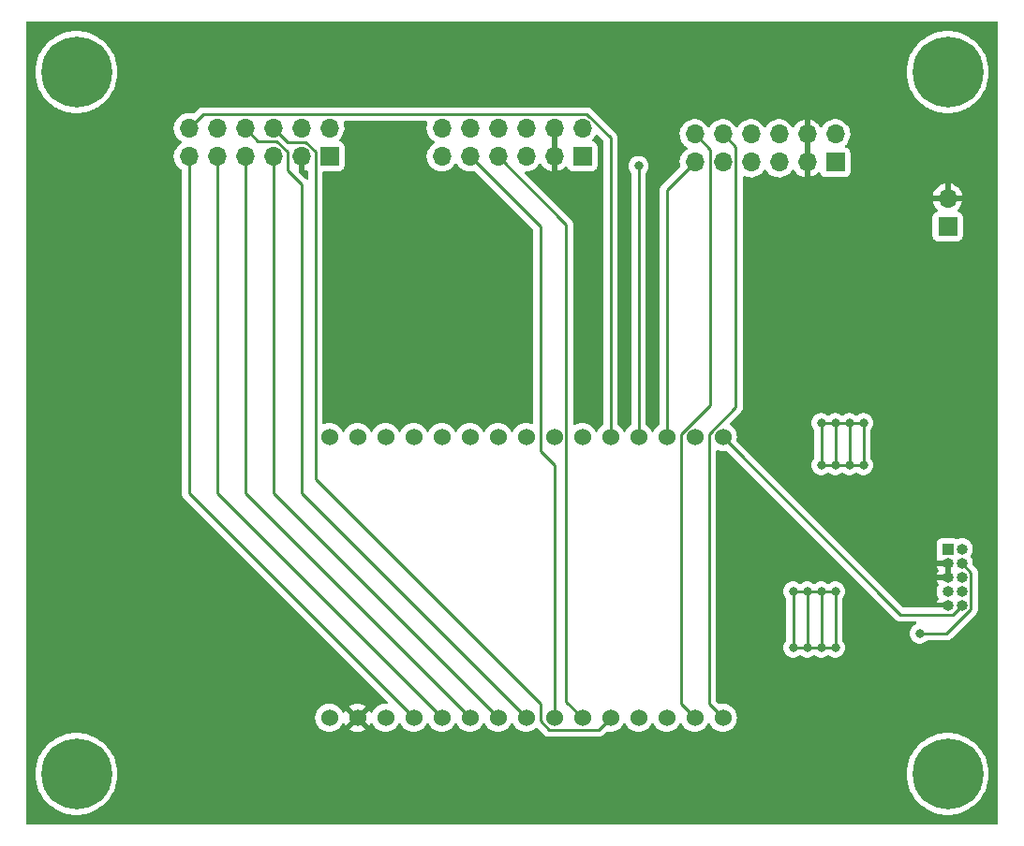
<source format=gbr>
%TF.GenerationSoftware,KiCad,Pcbnew,(6.0.10)*%
%TF.CreationDate,2023-01-05T13:55:28+01:00*%
%TF.ProjectId,pmod_esp32_baseboard,706d6f64-5f65-4737-9033-325f62617365,rev?*%
%TF.SameCoordinates,Original*%
%TF.FileFunction,Copper,L1,Top*%
%TF.FilePolarity,Positive*%
%FSLAX46Y46*%
G04 Gerber Fmt 4.6, Leading zero omitted, Abs format (unit mm)*
G04 Created by KiCad (PCBNEW (6.0.10)) date 2023-01-05 13:55:28*
%MOMM*%
%LPD*%
G01*
G04 APERTURE LIST*
%TA.AperFunction,ComponentPad*%
%ADD10R,1.700000X1.700000*%
%TD*%
%TA.AperFunction,ComponentPad*%
%ADD11O,1.700000X1.700000*%
%TD*%
%TA.AperFunction,ComponentPad*%
%ADD12C,0.800000*%
%TD*%
%TA.AperFunction,ComponentPad*%
%ADD13C,6.400000*%
%TD*%
%TA.AperFunction,ComponentPad*%
%ADD14R,1.000000X1.000000*%
%TD*%
%TA.AperFunction,ComponentPad*%
%ADD15O,1.000000X1.000000*%
%TD*%
%TA.AperFunction,ComponentPad*%
%ADD16C,1.524000*%
%TD*%
%TA.AperFunction,ViaPad*%
%ADD17C,0.800000*%
%TD*%
%TA.AperFunction,Conductor*%
%ADD18C,0.250000*%
%TD*%
G04 APERTURE END LIST*
D10*
%TO.P,PMOD2,1,Pin_1*%
%TO.N,VCC*%
X73660000Y-30480000D03*
D11*
%TO.P,PMOD2,2,Pin_2*%
X73660000Y-27940000D03*
%TO.P,PMOD2,3,Pin_3*%
%TO.N,GND*%
X71120000Y-30480000D03*
%TO.P,PMOD2,4,Pin_4*%
X71120000Y-27940000D03*
%TO.P,PMOD2,5,Pin_5*%
%TO.N,PMOD_SPI_SCK*%
X68580000Y-30480000D03*
%TO.P,PMOD2,6,Pin_6*%
%TO.N,PMOD_SPI_GPIO4_CS3*%
X68580000Y-27940000D03*
%TO.P,PMOD2,7,Pin_7*%
%TO.N,PMOD_SPI_MISO*%
X66040000Y-30480000D03*
%TO.P,PMOD2,8,Pin_8*%
%TO.N,PMOD_SPI_GPIO3_CS2*%
X66040000Y-27940000D03*
%TO.P,PMOD2,9,Pin_9*%
%TO.N,PMOD_SPI_MOSI*%
X63500000Y-30480000D03*
%TO.P,PMOD2,10,Pin_10*%
%TO.N,PMOD_SPI_GPIO2_RESET*%
X63500000Y-27940000D03*
%TO.P,PMOD2,11,Pin_11*%
%TO.N,PMOD_SPI_CS*%
X60960000Y-30480000D03*
%TO.P,PMOD2,12,Pin_12*%
%TO.N,PMOD_SPI_GPIO1_INT*%
X60960000Y-27940000D03*
%TD*%
D10*
%TO.P,PMOD3,1,Pin_1*%
%TO.N,VCC*%
X96520000Y-30480000D03*
D11*
%TO.P,PMOD3,2,Pin_2*%
X96520000Y-27940000D03*
%TO.P,PMOD3,3,Pin_3*%
%TO.N,GND*%
X93980000Y-30480000D03*
%TO.P,PMOD3,4,Pin_4*%
X93980000Y-27940000D03*
%TO.P,PMOD3,5,Pin_5*%
%TO.N,PMOD_UART_RTS*%
X91440000Y-30480000D03*
%TO.P,PMOD3,6,Pin_6*%
%TO.N,PMOD_UART_GPIO4*%
X91440000Y-27940000D03*
%TO.P,PMOD3,7,Pin_7*%
%TO.N,PMOD_UART_RXD*%
X88900000Y-30480000D03*
%TO.P,PMOD3,8,Pin_8*%
%TO.N,PMOD_UART_GPIO3*%
X88900000Y-27940000D03*
%TO.P,PMOD3,9,Pin_9*%
%TO.N,PMOD_UART_TXD*%
X86360000Y-30480000D03*
%TO.P,PMOD3,10,Pin_10*%
%TO.N,PMOD_UART_GPIO2_RESET*%
X86360000Y-27940000D03*
%TO.P,PMOD3,11,Pin_11*%
%TO.N,PMOD_UART_CTS*%
X83820000Y-30480000D03*
%TO.P,PMOD3,12,Pin_12*%
%TO.N,PMOD_UART_GPIO1_INT*%
X83820000Y-27940000D03*
%TD*%
D10*
%TO.P,PMOD1,1,Pin_1*%
%TO.N,VCC*%
X119380000Y-31025000D03*
D11*
%TO.P,PMOD1,2,Pin_2*%
X119380000Y-28485000D03*
%TO.P,PMOD1,3,Pin_3*%
%TO.N,GND*%
X116840000Y-31025000D03*
%TO.P,PMOD1,4,Pin_4*%
X116840000Y-28485000D03*
%TO.P,PMOD1,5,Pin_5*%
%TO.N,PMOD_I2C_SDA*%
X114300000Y-31025000D03*
%TO.P,PMOD1,6,Pin_6*%
%TO.N,PMOD_I2C_GPIO4*%
X114300000Y-28485000D03*
%TO.P,PMOD1,7,Pin_7*%
%TO.N,PMOD_I2C_SCL*%
X111760000Y-31025000D03*
%TO.P,PMOD1,8,Pin_8*%
%TO.N,PMOD_I2C_GPIO3*%
X111760000Y-28485000D03*
%TO.P,PMOD1,9,Pin_9*%
%TO.N,PMOD_I2C_RESET*%
X109220000Y-31025000D03*
%TO.P,PMOD1,10,Pin_10*%
%TO.N,PMOD_I2C_GPIO2*%
X109220000Y-28485000D03*
%TO.P,PMOD1,11,Pin_11*%
%TO.N,PMOD_I2C_INT*%
X106680000Y-31025000D03*
%TO.P,PMOD1,12,Pin_12*%
%TO.N,PMOD_I2C_GPIO1*%
X106680000Y-28485000D03*
%TD*%
D12*
%TO.P,H3,1*%
%TO.N,N/C*%
X49102944Y-88057056D03*
X52497056Y-84662944D03*
X52497056Y-88057056D03*
D13*
X50800000Y-86360000D03*
D12*
X49102944Y-84662944D03*
X50800000Y-88760000D03*
X50800000Y-83960000D03*
X53200000Y-86360000D03*
X48400000Y-86360000D03*
%TD*%
%TO.P,H1,1*%
%TO.N,N/C*%
X49102944Y-24557056D03*
X52497056Y-21162944D03*
X52497056Y-24557056D03*
X53200000Y-22860000D03*
X48400000Y-22860000D03*
D13*
X50800000Y-22860000D03*
D12*
X49102944Y-21162944D03*
X50800000Y-25260000D03*
X50800000Y-20460000D03*
%TD*%
D10*
%TO.P,J1,1,Pin_1*%
%TO.N,VCC*%
X129540000Y-36830000D03*
D11*
%TO.P,J1,2,Pin_2*%
%TO.N,GND*%
X129540000Y-34290000D03*
%TD*%
D12*
%TO.P,H4,1*%
%TO.N,N/C*%
X131237056Y-84662944D03*
X127842944Y-88057056D03*
X131940000Y-86360000D03*
X127842944Y-84662944D03*
X131237056Y-88057056D03*
X127140000Y-86360000D03*
X129540000Y-88760000D03*
D13*
X129540000Y-86360000D03*
D12*
X129540000Y-83960000D03*
%TD*%
D14*
%TO.P,J2,1,Pin_1*%
%TO.N,VCC*%
X129540000Y-66040000D03*
D15*
%TO.P,J2,2,Pin_2*%
%TO.N,JTMS*%
X130810000Y-66040000D03*
%TO.P,J2,3,Pin_3*%
%TO.N,GND*%
X129540000Y-67310000D03*
%TO.P,J2,4,Pin_4*%
%TO.N,JTCK*%
X130810000Y-67310000D03*
%TO.P,J2,5,Pin_5*%
%TO.N,GND*%
X129540000Y-68580000D03*
%TO.P,J2,6,Pin_6*%
%TO.N,JTDO*%
X130810000Y-68580000D03*
%TO.P,J2,7,Pin_7*%
%TO.N,unconnected-(J2-Pad7)*%
X129540000Y-69850000D03*
%TO.P,J2,8,Pin_8*%
%TO.N,JTDI*%
X130810000Y-69850000D03*
%TO.P,J2,9,Pin_9*%
%TO.N,GND*%
X129540000Y-71120000D03*
%TO.P,J2,10,Pin_10*%
%TO.N,~{RST}*%
X130810000Y-71120000D03*
%TD*%
D12*
%TO.P,H2,1*%
%TO.N,N/C*%
X131237056Y-21162944D03*
X127842944Y-24557056D03*
X127842944Y-21162944D03*
X129540000Y-25260000D03*
X131237056Y-24557056D03*
X129540000Y-20460000D03*
X127140000Y-22860000D03*
D13*
X129540000Y-22860000D03*
D12*
X131940000Y-22860000D03*
%TD*%
D16*
%TO.P,U1,1,VIN*%
%TO.N,unconnected-(U1-Pad1)*%
X73660000Y-55880000D03*
%TO.P,U1,2,GND*%
%TO.N,unconnected-(U1-Pad2)*%
X76200000Y-55880000D03*
%TO.P,U1,3,GPIO13*%
%TO.N,JTCK*%
X78740000Y-55880000D03*
%TO.P,U1,4,GPIO12*%
%TO.N,JTDI*%
X81280000Y-55880000D03*
%TO.P,U1,5,GPIO14*%
%TO.N,JTMS*%
X83820000Y-55880000D03*
%TO.P,U1,6,GPIO27*%
%TO.N,PMOD_SPI_GPIO2_RESET*%
X86360000Y-55880000D03*
%TO.P,U1,7,GPIO26*%
%TO.N,PMOD_UART_GPIO2_RESET*%
X88900000Y-55880000D03*
%TO.P,U1,8,GPIO25*%
%TO.N,PMOD_I2C_RESET*%
X91440000Y-55880000D03*
%TO.P,U1,9,GPIO23*%
%TO.N,PMOD_I2C_SCL*%
X93980000Y-55880000D03*
%TO.P,U1,10,GPIO32*%
%TO.N,PMOD_I2C_SDA*%
X96520000Y-55880000D03*
%TO.P,U1,11,GPIO35*%
%TO.N,PMOD_SPI_GPIO1_INT*%
X99060000Y-55880000D03*
%TO.P,U1,12,GPIO34*%
%TO.N,PMOD_UART_GPIO1_INT*%
X101600000Y-55880000D03*
%TO.P,U1,13,GPIO39*%
%TO.N,PMOD_I2C_INT*%
X104140000Y-55880000D03*
%TO.P,U1,14,GPIO36*%
%TO.N,unconnected-(U1-Pad14)*%
X106680000Y-55880000D03*
%TO.P,U1,15,EN*%
%TO.N,~{RST}*%
X109220000Y-55880000D03*
%TO.P,U1,16,GPIO23*%
%TO.N,PMOD_I2C_GPIO2*%
X109220000Y-81280000D03*
%TO.P,U1,17,GPIO22*%
%TO.N,PMOD_I2C_GPIO1*%
X106680000Y-81280000D03*
%TO.P,U1,18,TX0*%
%TO.N,unconnected-(U1-Pad18)*%
X104140000Y-81280000D03*
%TO.P,U1,19,RX0*%
%TO.N,unconnected-(U1-Pad19)*%
X101600000Y-81280000D03*
%TO.P,U1,20,GPIO21*%
%TO.N,PMOD_SPI_GPIO4_CS3*%
X99060000Y-81280000D03*
%TO.P,U1,21,GPIO19*%
%TO.N,PMOD_UART_RXD*%
X96520000Y-81280000D03*
%TO.P,U1,22,GPIO18*%
%TO.N,PMOD_UART_TXD*%
X93980000Y-81280000D03*
%TO.P,U1,23,GPIO5*%
%TO.N,PMOD_SPI_GPIO3_CS2*%
X91440000Y-81280000D03*
%TO.P,U1,24,GPIO17*%
%TO.N,PMOD_SPI_SCK*%
X88900000Y-81280000D03*
%TO.P,U1,25,GPIO16*%
%TO.N,PMOD_SPI_MISO*%
X86360000Y-81280000D03*
%TO.P,U1,26,GPIO4*%
%TO.N,PMOD_SPI_MOSI*%
X83820000Y-81280000D03*
%TO.P,U1,27,GPIO2*%
%TO.N,PMOD_SPI_CS*%
X81280000Y-81280000D03*
%TO.P,U1,28,GPIO15*%
%TO.N,JTDO*%
X78740000Y-81280000D03*
%TO.P,U1,29,GND*%
%TO.N,GND*%
X76200000Y-81280000D03*
%TO.P,U1,30,3V3*%
%TO.N,VCC*%
X73660000Y-81280000D03*
%TD*%
D17*
%TO.N,GND*%
X100330000Y-33020000D03*
X77470000Y-27940000D03*
X77470000Y-24130000D03*
X96520000Y-33020000D03*
X71120000Y-24130000D03*
%TO.N,PMOD_UART_GPIO1_INT*%
X101600000Y-31358990D03*
%TO.N,VCC*%
X120650000Y-58420000D03*
X118110000Y-74930000D03*
X116840000Y-74930000D03*
X121920000Y-58420000D03*
X119380000Y-54610000D03*
X116840000Y-69850000D03*
X118110000Y-69850000D03*
X115570000Y-69850000D03*
X118110000Y-54610000D03*
X118110000Y-58420000D03*
X119380000Y-74930000D03*
X121920000Y-54610000D03*
X119380000Y-58420000D03*
X119380000Y-69850000D03*
X115570000Y-74930000D03*
X120650000Y-54610000D03*
%TO.N,JTCK*%
X127000000Y-73660000D03*
%TD*%
D18*
%TO.N,PMOD_UART_GPIO1_INT*%
X101600000Y-55880000D02*
X101600000Y-31358990D01*
%TO.N,PMOD_UART_RXD*%
X95066511Y-36646511D02*
X95066511Y-79826511D01*
X95066511Y-79826511D02*
X96520000Y-81280000D01*
X88900000Y-30480000D02*
X95066511Y-36646511D01*
%TO.N,PMOD_UART_TXD*%
X92710000Y-36830000D02*
X86360000Y-30480000D01*
X93980000Y-58420000D02*
X92710000Y-57150000D01*
X93980000Y-81280000D02*
X93980000Y-58420000D01*
X92710000Y-57150000D02*
X92710000Y-36830000D01*
%TO.N,VCC*%
X119380000Y-54610000D02*
X119380000Y-58420000D01*
X121920000Y-54610000D02*
X118110000Y-54610000D01*
X116840000Y-74930000D02*
X116840000Y-69850000D01*
X115570000Y-69850000D02*
X115570000Y-74930000D01*
X115570000Y-69850000D02*
X116840000Y-69850000D01*
X119380000Y-69850000D02*
X119380000Y-74930000D01*
X120650000Y-58420000D02*
X120650000Y-54610000D01*
X115570000Y-74930000D02*
X119380000Y-74930000D01*
X119380000Y-69850000D02*
X115570000Y-69850000D01*
X118110000Y-54610000D02*
X118110000Y-58420000D01*
X118110000Y-69850000D02*
X118110000Y-74930000D01*
X118110000Y-58420000D02*
X121920000Y-58420000D01*
X121920000Y-58420000D02*
X121920000Y-54610000D01*
%TO.N,PMOD_SPI_SCK*%
X88900000Y-81280000D02*
X68580000Y-60960000D01*
X68580000Y-60960000D02*
X68580000Y-30480000D01*
%TO.N,PMOD_SPI_MOSI*%
X63500000Y-30480000D02*
X63500000Y-60960000D01*
X63500000Y-60960000D02*
X83820000Y-81280000D01*
%TO.N,PMOD_SPI_MISO*%
X86360000Y-81280000D02*
X66040000Y-60960000D01*
X66040000Y-60960000D02*
X66040000Y-30480000D01*
%TO.N,PMOD_SPI_GPIO4_CS3*%
X97973000Y-82367000D02*
X93529749Y-82367000D01*
X68580000Y-27940000D02*
X69850000Y-29210000D01*
X72390000Y-59690000D02*
X72390000Y-31750000D01*
X72390000Y-30088299D02*
X72390000Y-31750000D01*
X69850000Y-29210000D02*
X71120000Y-29210000D01*
X92710000Y-81547251D02*
X92710000Y-80010000D01*
X93529749Y-82367000D02*
X92710000Y-81547251D01*
X99060000Y-81280000D02*
X97973000Y-82367000D01*
X71120000Y-29210000D02*
X71511701Y-29210000D01*
X92710000Y-80010000D02*
X72390000Y-59690000D01*
X71511701Y-29210000D02*
X72390000Y-30088299D01*
%TO.N,PMOD_SPI_GPIO3_CS2*%
X68876701Y-29115000D02*
X67215000Y-29115000D01*
X71120000Y-60960000D02*
X71120000Y-33020000D01*
X69850000Y-31750000D02*
X69850000Y-30088299D01*
X69850000Y-30088299D02*
X68876701Y-29115000D01*
X91440000Y-81280000D02*
X71120000Y-60960000D01*
X71120000Y-33020000D02*
X69850000Y-31750000D01*
X67215000Y-29115000D02*
X66040000Y-27940000D01*
%TO.N,PMOD_SPI_GPIO1_INT*%
X62230000Y-26670000D02*
X60960000Y-27940000D01*
X99060000Y-55880000D02*
X99060000Y-28818299D01*
X96911701Y-26670000D02*
X62230000Y-26670000D01*
X99060000Y-28818299D02*
X96911701Y-26670000D01*
%TO.N,PMOD_SPI_CS*%
X60960000Y-60960000D02*
X60960000Y-30480000D01*
X81280000Y-81280000D02*
X60960000Y-60960000D01*
%TO.N,PMOD_I2C_INT*%
X104140000Y-55880000D02*
X104140000Y-33565000D01*
X104140000Y-33565000D02*
X106680000Y-31025000D01*
%TO.N,PMOD_I2C_GPIO2*%
X110394511Y-29659511D02*
X110394511Y-53168929D01*
X109220000Y-28485000D02*
X110394511Y-29659511D01*
X109220000Y-81280000D02*
X107950000Y-80010000D01*
X110394511Y-53168929D02*
X107950000Y-55613440D01*
X107950000Y-55613440D02*
X107950000Y-80010000D01*
%TO.N,PMOD_I2C_GPIO1*%
X106680000Y-81280000D02*
X105410000Y-80010000D01*
X108045489Y-52977951D02*
X105410000Y-55613440D01*
X106680000Y-28485000D02*
X108045489Y-29850489D01*
X105410000Y-55613440D02*
X105410000Y-80010000D01*
X108045489Y-29850489D02*
X108045489Y-52977951D01*
%TO.N,JTCK*%
X127000000Y-73660000D02*
X129436036Y-73660000D01*
X131634511Y-71461525D02*
X131634511Y-68134511D01*
X131634511Y-68134511D02*
X130810000Y-67310000D01*
X129436036Y-73660000D02*
X131634511Y-71461525D01*
%TO.N,~{RST}*%
X129985489Y-71944511D02*
X125284511Y-71944511D01*
X125284511Y-71944511D02*
X109220000Y-55880000D01*
X130810000Y-71120000D02*
X129985489Y-71944511D01*
%TD*%
%TA.AperFunction,Conductor*%
%TO.N,GND*%
G36*
X134053621Y-18308502D02*
G01*
X134100114Y-18362158D01*
X134111500Y-18414500D01*
X134111500Y-90805500D01*
X134091498Y-90873621D01*
X134037842Y-90920114D01*
X133985500Y-90931500D01*
X46354500Y-90931500D01*
X46286379Y-90911498D01*
X46239886Y-90857842D01*
X46228500Y-90805500D01*
X46228500Y-86360000D01*
X47086411Y-86360000D01*
X47106754Y-86748176D01*
X47167562Y-87132099D01*
X47268167Y-87507562D01*
X47407468Y-87870453D01*
X47583938Y-88216794D01*
X47795643Y-88542793D01*
X48040266Y-88844876D01*
X48315124Y-89119734D01*
X48617207Y-89364357D01*
X48943205Y-89576062D01*
X48946139Y-89577557D01*
X48946146Y-89577561D01*
X49286607Y-89751034D01*
X49289547Y-89752532D01*
X49652438Y-89891833D01*
X50027901Y-89992438D01*
X50231793Y-90024732D01*
X50408576Y-90052732D01*
X50408584Y-90052733D01*
X50411824Y-90053246D01*
X50800000Y-90073589D01*
X51188176Y-90053246D01*
X51191416Y-90052733D01*
X51191424Y-90052732D01*
X51368207Y-90024732D01*
X51572099Y-89992438D01*
X51947562Y-89891833D01*
X52310453Y-89752532D01*
X52313393Y-89751034D01*
X52653854Y-89577561D01*
X52653861Y-89577557D01*
X52656795Y-89576062D01*
X52982793Y-89364357D01*
X53284876Y-89119734D01*
X53559734Y-88844876D01*
X53804357Y-88542793D01*
X54016062Y-88216794D01*
X54192532Y-87870453D01*
X54331833Y-87507562D01*
X54432438Y-87132099D01*
X54493246Y-86748176D01*
X54513589Y-86360000D01*
X125826411Y-86360000D01*
X125846754Y-86748176D01*
X125907562Y-87132099D01*
X126008167Y-87507562D01*
X126147468Y-87870453D01*
X126323938Y-88216794D01*
X126535643Y-88542793D01*
X126780266Y-88844876D01*
X127055124Y-89119734D01*
X127357207Y-89364357D01*
X127683205Y-89576062D01*
X127686139Y-89577557D01*
X127686146Y-89577561D01*
X128026607Y-89751034D01*
X128029547Y-89752532D01*
X128392438Y-89891833D01*
X128767901Y-89992438D01*
X128971793Y-90024732D01*
X129148576Y-90052732D01*
X129148584Y-90052733D01*
X129151824Y-90053246D01*
X129540000Y-90073589D01*
X129928176Y-90053246D01*
X129931416Y-90052733D01*
X129931424Y-90052732D01*
X130108207Y-90024732D01*
X130312099Y-89992438D01*
X130687562Y-89891833D01*
X131050453Y-89752532D01*
X131053393Y-89751034D01*
X131393854Y-89577561D01*
X131393861Y-89577557D01*
X131396795Y-89576062D01*
X131722793Y-89364357D01*
X132024876Y-89119734D01*
X132299734Y-88844876D01*
X132544357Y-88542793D01*
X132756062Y-88216794D01*
X132932532Y-87870453D01*
X133071833Y-87507562D01*
X133172438Y-87132099D01*
X133233246Y-86748176D01*
X133253589Y-86360000D01*
X133233246Y-85971824D01*
X133172438Y-85587901D01*
X133071833Y-85212438D01*
X132932532Y-84849547D01*
X132756062Y-84503206D01*
X132544357Y-84177207D01*
X132299734Y-83875124D01*
X132024876Y-83600266D01*
X131722793Y-83355643D01*
X131396795Y-83143938D01*
X131393861Y-83142443D01*
X131393854Y-83142439D01*
X131053393Y-82968966D01*
X131050453Y-82967468D01*
X130800558Y-82871542D01*
X130690652Y-82829353D01*
X130690650Y-82829352D01*
X130687562Y-82828167D01*
X130312099Y-82727562D01*
X130108207Y-82695268D01*
X129931424Y-82667268D01*
X129931416Y-82667267D01*
X129928176Y-82666754D01*
X129540000Y-82646411D01*
X129151824Y-82666754D01*
X129148584Y-82667267D01*
X129148576Y-82667268D01*
X128971793Y-82695268D01*
X128767901Y-82727562D01*
X128392438Y-82828167D01*
X128389350Y-82829352D01*
X128389348Y-82829353D01*
X128279442Y-82871542D01*
X128029547Y-82967468D01*
X128026607Y-82968966D01*
X127686147Y-83142439D01*
X127686140Y-83142443D01*
X127683206Y-83143938D01*
X127357207Y-83355643D01*
X127055124Y-83600266D01*
X126780266Y-83875124D01*
X126535643Y-84177207D01*
X126323938Y-84503206D01*
X126147468Y-84849547D01*
X126008167Y-85212438D01*
X125907562Y-85587901D01*
X125846754Y-85971824D01*
X125826411Y-86360000D01*
X54513589Y-86360000D01*
X54493246Y-85971824D01*
X54432438Y-85587901D01*
X54331833Y-85212438D01*
X54192532Y-84849547D01*
X54016062Y-84503206D01*
X53804357Y-84177207D01*
X53559734Y-83875124D01*
X53284876Y-83600266D01*
X52982793Y-83355643D01*
X52656795Y-83143938D01*
X52653861Y-83142443D01*
X52653854Y-83142439D01*
X52313393Y-82968966D01*
X52310453Y-82967468D01*
X52060558Y-82871542D01*
X51950652Y-82829353D01*
X51950650Y-82829352D01*
X51947562Y-82828167D01*
X51572099Y-82727562D01*
X51368207Y-82695268D01*
X51191424Y-82667268D01*
X51191416Y-82667267D01*
X51188176Y-82666754D01*
X50800000Y-82646411D01*
X50411824Y-82666754D01*
X50408584Y-82667267D01*
X50408576Y-82667268D01*
X50231793Y-82695268D01*
X50027901Y-82727562D01*
X49652438Y-82828167D01*
X49649350Y-82829352D01*
X49649348Y-82829353D01*
X49539442Y-82871542D01*
X49289547Y-82967468D01*
X49286607Y-82968966D01*
X48946147Y-83142439D01*
X48946140Y-83142443D01*
X48943206Y-83143938D01*
X48617207Y-83355643D01*
X48315124Y-83600266D01*
X48040266Y-83875124D01*
X47795643Y-84177207D01*
X47583938Y-84503206D01*
X47407468Y-84849547D01*
X47268167Y-85212438D01*
X47167562Y-85587901D01*
X47106754Y-85971824D01*
X47086411Y-86360000D01*
X46228500Y-86360000D01*
X46228500Y-81280000D01*
X72384647Y-81280000D01*
X72404022Y-81501463D01*
X72461560Y-81716196D01*
X72463882Y-81721177D01*
X72463883Y-81721178D01*
X72553186Y-81912689D01*
X72553189Y-81912694D01*
X72555512Y-81917676D01*
X72558668Y-81922183D01*
X72558669Y-81922185D01*
X72595107Y-81974223D01*
X72683023Y-82099781D01*
X72840219Y-82256977D01*
X72844726Y-82260133D01*
X72844730Y-82260136D01*
X72920495Y-82313187D01*
X73022323Y-82384488D01*
X73027305Y-82386811D01*
X73027310Y-82386814D01*
X73217810Y-82475645D01*
X73223804Y-82478440D01*
X73229112Y-82479862D01*
X73229114Y-82479863D01*
X73294949Y-82497503D01*
X73438537Y-82535978D01*
X73660000Y-82555353D01*
X73881463Y-82535978D01*
X74025051Y-82497503D01*
X74090886Y-82479863D01*
X74090888Y-82479862D01*
X74096196Y-82478440D01*
X74102190Y-82475645D01*
X74292690Y-82386814D01*
X74292695Y-82386811D01*
X74297677Y-82384488D01*
X74362959Y-82338777D01*
X75505777Y-82338777D01*
X75515074Y-82350793D01*
X75558069Y-82380898D01*
X75567555Y-82386376D01*
X75758993Y-82475645D01*
X75769285Y-82479391D01*
X75973309Y-82534059D01*
X75984104Y-82535962D01*
X76194525Y-82554372D01*
X76205475Y-82554372D01*
X76415896Y-82535962D01*
X76426691Y-82534059D01*
X76630715Y-82479391D01*
X76641007Y-82475645D01*
X76832445Y-82386376D01*
X76841931Y-82380898D01*
X76885764Y-82350207D01*
X76894139Y-82339729D01*
X76887071Y-82326281D01*
X76212812Y-81652022D01*
X76198868Y-81644408D01*
X76197035Y-81644539D01*
X76190420Y-81648790D01*
X75512207Y-82327003D01*
X75505777Y-82338777D01*
X74362959Y-82338777D01*
X74399505Y-82313187D01*
X74475270Y-82260136D01*
X74475274Y-82260133D01*
X74479781Y-82256977D01*
X74636977Y-82099781D01*
X74724894Y-81974223D01*
X74761331Y-81922185D01*
X74761332Y-81922183D01*
X74764488Y-81917676D01*
X74766811Y-81912694D01*
X74766814Y-81912689D01*
X74816081Y-81807035D01*
X74862999Y-81753750D01*
X74931276Y-81734289D01*
X74999236Y-81754831D01*
X75044471Y-81807035D01*
X75093623Y-81912441D01*
X75099103Y-81921932D01*
X75129794Y-81965765D01*
X75140271Y-81974140D01*
X75153718Y-81967072D01*
X75827978Y-81292812D01*
X75835592Y-81278868D01*
X75835461Y-81277035D01*
X75831210Y-81270420D01*
X75152997Y-80592207D01*
X75141223Y-80585777D01*
X75129207Y-80595074D01*
X75099103Y-80638068D01*
X75093623Y-80647559D01*
X75044471Y-80752965D01*
X74997553Y-80806250D01*
X74929276Y-80825711D01*
X74861316Y-80805169D01*
X74816081Y-80752965D01*
X74766814Y-80647311D01*
X74766811Y-80647306D01*
X74764488Y-80642324D01*
X74761331Y-80637815D01*
X74640136Y-80464730D01*
X74640134Y-80464727D01*
X74636977Y-80460219D01*
X74479781Y-80303023D01*
X74475273Y-80299866D01*
X74475270Y-80299864D01*
X74399505Y-80246813D01*
X74361599Y-80220271D01*
X75505860Y-80220271D01*
X75512928Y-80233718D01*
X76187188Y-80907978D01*
X76201132Y-80915592D01*
X76202965Y-80915461D01*
X76209580Y-80911210D01*
X76887793Y-80232997D01*
X76894223Y-80221223D01*
X76884926Y-80209207D01*
X76841931Y-80179102D01*
X76832445Y-80173624D01*
X76641007Y-80084355D01*
X76630715Y-80080609D01*
X76426691Y-80025941D01*
X76415896Y-80024038D01*
X76205475Y-80005628D01*
X76194525Y-80005628D01*
X75984104Y-80024038D01*
X75973309Y-80025941D01*
X75769285Y-80080609D01*
X75758993Y-80084355D01*
X75567559Y-80173623D01*
X75558068Y-80179103D01*
X75514235Y-80209794D01*
X75505860Y-80220271D01*
X74361599Y-80220271D01*
X74297677Y-80175512D01*
X74292695Y-80173189D01*
X74292690Y-80173186D01*
X74101178Y-80083883D01*
X74101177Y-80083882D01*
X74096196Y-80081560D01*
X74090888Y-80080138D01*
X74090886Y-80080137D01*
X73977876Y-80049856D01*
X73881463Y-80024022D01*
X73660000Y-80004647D01*
X73438537Y-80024022D01*
X73342124Y-80049856D01*
X73229114Y-80080137D01*
X73229112Y-80080138D01*
X73223804Y-80081560D01*
X73218823Y-80083882D01*
X73218822Y-80083883D01*
X73027311Y-80173186D01*
X73027306Y-80173189D01*
X73022324Y-80175512D01*
X73017817Y-80178668D01*
X73017815Y-80178669D01*
X72844730Y-80299864D01*
X72844727Y-80299866D01*
X72840219Y-80303023D01*
X72683023Y-80460219D01*
X72679866Y-80464727D01*
X72679864Y-80464730D01*
X72558669Y-80637815D01*
X72555512Y-80642324D01*
X72553189Y-80647306D01*
X72553186Y-80647311D01*
X72504195Y-80752373D01*
X72461560Y-80843804D01*
X72404022Y-81058537D01*
X72384647Y-81280000D01*
X46228500Y-81280000D01*
X46228500Y-30446695D01*
X59597251Y-30446695D01*
X59597548Y-30451848D01*
X59597548Y-30451851D01*
X59603743Y-30559297D01*
X59610110Y-30669715D01*
X59611247Y-30674761D01*
X59611248Y-30674767D01*
X59631491Y-30764588D01*
X59659222Y-30887639D01*
X59743266Y-31094616D01*
X59785039Y-31162784D01*
X59857291Y-31280688D01*
X59859987Y-31285088D01*
X60006250Y-31453938D01*
X60178126Y-31596632D01*
X60182593Y-31599242D01*
X60264070Y-31646853D01*
X60312794Y-31698491D01*
X60326500Y-31755641D01*
X60326500Y-60881233D01*
X60325973Y-60892416D01*
X60324298Y-60899909D01*
X60324547Y-60907835D01*
X60324547Y-60907836D01*
X60326438Y-60967986D01*
X60326500Y-60971945D01*
X60326500Y-60999856D01*
X60326997Y-61003790D01*
X60326997Y-61003791D01*
X60327005Y-61003856D01*
X60327938Y-61015693D01*
X60329327Y-61059889D01*
X60334978Y-61079339D01*
X60338987Y-61098700D01*
X60341526Y-61118797D01*
X60344445Y-61126168D01*
X60344445Y-61126170D01*
X60357804Y-61159912D01*
X60361649Y-61171142D01*
X60373982Y-61213593D01*
X60378015Y-61220412D01*
X60378017Y-61220417D01*
X60384293Y-61231028D01*
X60392988Y-61248776D01*
X60400448Y-61267617D01*
X60405110Y-61274033D01*
X60405110Y-61274034D01*
X60426436Y-61303387D01*
X60432952Y-61313307D01*
X60455458Y-61351362D01*
X60469779Y-61365683D01*
X60482619Y-61380716D01*
X60494528Y-61397107D01*
X60500634Y-61402158D01*
X60528605Y-61425298D01*
X60537384Y-61433288D01*
X78899309Y-79795213D01*
X78933335Y-79857525D01*
X78928270Y-79928340D01*
X78885723Y-79985176D01*
X78819203Y-80009987D01*
X78799233Y-80009829D01*
X78745475Y-80005126D01*
X78740000Y-80004647D01*
X78518537Y-80024022D01*
X78422124Y-80049856D01*
X78309114Y-80080137D01*
X78309112Y-80080138D01*
X78303804Y-80081560D01*
X78298823Y-80083882D01*
X78298822Y-80083883D01*
X78107311Y-80173186D01*
X78107306Y-80173189D01*
X78102324Y-80175512D01*
X78097817Y-80178668D01*
X78097815Y-80178669D01*
X77924730Y-80299864D01*
X77924727Y-80299866D01*
X77920219Y-80303023D01*
X77763023Y-80460219D01*
X77759866Y-80464727D01*
X77759864Y-80464730D01*
X77638669Y-80637815D01*
X77635512Y-80642324D01*
X77633189Y-80647306D01*
X77633186Y-80647311D01*
X77583919Y-80752965D01*
X77537001Y-80806250D01*
X77468724Y-80825711D01*
X77400764Y-80805169D01*
X77355529Y-80752965D01*
X77306377Y-80647559D01*
X77300897Y-80638068D01*
X77270206Y-80594235D01*
X77259729Y-80585860D01*
X77246282Y-80592928D01*
X76572022Y-81267188D01*
X76564408Y-81281132D01*
X76564539Y-81282965D01*
X76568790Y-81289580D01*
X77247003Y-81967793D01*
X77258777Y-81974223D01*
X77270793Y-81964926D01*
X77300897Y-81921932D01*
X77306377Y-81912441D01*
X77355529Y-81807035D01*
X77402447Y-81753750D01*
X77470724Y-81734289D01*
X77538684Y-81754831D01*
X77583919Y-81807035D01*
X77633186Y-81912689D01*
X77633189Y-81912694D01*
X77635512Y-81917676D01*
X77638668Y-81922183D01*
X77638669Y-81922185D01*
X77675107Y-81974223D01*
X77763023Y-82099781D01*
X77920219Y-82256977D01*
X77924726Y-82260133D01*
X77924730Y-82260136D01*
X78000495Y-82313187D01*
X78102323Y-82384488D01*
X78107305Y-82386811D01*
X78107310Y-82386814D01*
X78297810Y-82475645D01*
X78303804Y-82478440D01*
X78309112Y-82479862D01*
X78309114Y-82479863D01*
X78374949Y-82497503D01*
X78518537Y-82535978D01*
X78740000Y-82555353D01*
X78961463Y-82535978D01*
X79105051Y-82497503D01*
X79170886Y-82479863D01*
X79170888Y-82479862D01*
X79176196Y-82478440D01*
X79182190Y-82475645D01*
X79372690Y-82386814D01*
X79372695Y-82386811D01*
X79377677Y-82384488D01*
X79479505Y-82313187D01*
X79555270Y-82260136D01*
X79555274Y-82260133D01*
X79559781Y-82256977D01*
X79716977Y-82099781D01*
X79804894Y-81974223D01*
X79841331Y-81922185D01*
X79841332Y-81922183D01*
X79844488Y-81917676D01*
X79846811Y-81912694D01*
X79846814Y-81912689D01*
X79895805Y-81807627D01*
X79942723Y-81754342D01*
X80011000Y-81734881D01*
X80078960Y-81755423D01*
X80124195Y-81807627D01*
X80173186Y-81912689D01*
X80173189Y-81912694D01*
X80175512Y-81917676D01*
X80178668Y-81922183D01*
X80178669Y-81922185D01*
X80215107Y-81974223D01*
X80303023Y-82099781D01*
X80460219Y-82256977D01*
X80464726Y-82260133D01*
X80464730Y-82260136D01*
X80540495Y-82313187D01*
X80642323Y-82384488D01*
X80647305Y-82386811D01*
X80647310Y-82386814D01*
X80837810Y-82475645D01*
X80843804Y-82478440D01*
X80849112Y-82479862D01*
X80849114Y-82479863D01*
X80914949Y-82497503D01*
X81058537Y-82535978D01*
X81280000Y-82555353D01*
X81501463Y-82535978D01*
X81645051Y-82497503D01*
X81710886Y-82479863D01*
X81710888Y-82479862D01*
X81716196Y-82478440D01*
X81722190Y-82475645D01*
X81912690Y-82386814D01*
X81912695Y-82386811D01*
X81917677Y-82384488D01*
X82019505Y-82313187D01*
X82095270Y-82260136D01*
X82095274Y-82260133D01*
X82099781Y-82256977D01*
X82256977Y-82099781D01*
X82344894Y-81974223D01*
X82381331Y-81922185D01*
X82381332Y-81922183D01*
X82384488Y-81917676D01*
X82386811Y-81912694D01*
X82386814Y-81912689D01*
X82435805Y-81807627D01*
X82482723Y-81754342D01*
X82551000Y-81734881D01*
X82618960Y-81755423D01*
X82664195Y-81807627D01*
X82713186Y-81912689D01*
X82713189Y-81912694D01*
X82715512Y-81917676D01*
X82718668Y-81922183D01*
X82718669Y-81922185D01*
X82755107Y-81974223D01*
X82843023Y-82099781D01*
X83000219Y-82256977D01*
X83004726Y-82260133D01*
X83004730Y-82260136D01*
X83080495Y-82313187D01*
X83182323Y-82384488D01*
X83187305Y-82386811D01*
X83187310Y-82386814D01*
X83377810Y-82475645D01*
X83383804Y-82478440D01*
X83389112Y-82479862D01*
X83389114Y-82479863D01*
X83454949Y-82497503D01*
X83598537Y-82535978D01*
X83820000Y-82555353D01*
X84041463Y-82535978D01*
X84185051Y-82497503D01*
X84250886Y-82479863D01*
X84250888Y-82479862D01*
X84256196Y-82478440D01*
X84262190Y-82475645D01*
X84452690Y-82386814D01*
X84452695Y-82386811D01*
X84457677Y-82384488D01*
X84559505Y-82313187D01*
X84635270Y-82260136D01*
X84635274Y-82260133D01*
X84639781Y-82256977D01*
X84796977Y-82099781D01*
X84884894Y-81974223D01*
X84921331Y-81922185D01*
X84921332Y-81922183D01*
X84924488Y-81917676D01*
X84926811Y-81912694D01*
X84926814Y-81912689D01*
X84975805Y-81807627D01*
X85022723Y-81754342D01*
X85091000Y-81734881D01*
X85158960Y-81755423D01*
X85204195Y-81807627D01*
X85253186Y-81912689D01*
X85253189Y-81912694D01*
X85255512Y-81917676D01*
X85258668Y-81922183D01*
X85258669Y-81922185D01*
X85295107Y-81974223D01*
X85383023Y-82099781D01*
X85540219Y-82256977D01*
X85544726Y-82260133D01*
X85544730Y-82260136D01*
X85620495Y-82313187D01*
X85722323Y-82384488D01*
X85727305Y-82386811D01*
X85727310Y-82386814D01*
X85917810Y-82475645D01*
X85923804Y-82478440D01*
X85929112Y-82479862D01*
X85929114Y-82479863D01*
X85994949Y-82497503D01*
X86138537Y-82535978D01*
X86360000Y-82555353D01*
X86581463Y-82535978D01*
X86725051Y-82497503D01*
X86790886Y-82479863D01*
X86790888Y-82479862D01*
X86796196Y-82478440D01*
X86802190Y-82475645D01*
X86992690Y-82386814D01*
X86992695Y-82386811D01*
X86997677Y-82384488D01*
X87099505Y-82313187D01*
X87175270Y-82260136D01*
X87175274Y-82260133D01*
X87179781Y-82256977D01*
X87336977Y-82099781D01*
X87424894Y-81974223D01*
X87461331Y-81922185D01*
X87461332Y-81922183D01*
X87464488Y-81917676D01*
X87466811Y-81912694D01*
X87466814Y-81912689D01*
X87515805Y-81807627D01*
X87562723Y-81754342D01*
X87631000Y-81734881D01*
X87698960Y-81755423D01*
X87744195Y-81807627D01*
X87793186Y-81912689D01*
X87793189Y-81912694D01*
X87795512Y-81917676D01*
X87798668Y-81922183D01*
X87798669Y-81922185D01*
X87835107Y-81974223D01*
X87923023Y-82099781D01*
X88080219Y-82256977D01*
X88084726Y-82260133D01*
X88084730Y-82260136D01*
X88160495Y-82313187D01*
X88262323Y-82384488D01*
X88267305Y-82386811D01*
X88267310Y-82386814D01*
X88457810Y-82475645D01*
X88463804Y-82478440D01*
X88469112Y-82479862D01*
X88469114Y-82479863D01*
X88534949Y-82497503D01*
X88678537Y-82535978D01*
X88900000Y-82555353D01*
X89121463Y-82535978D01*
X89265051Y-82497503D01*
X89330886Y-82479863D01*
X89330888Y-82479862D01*
X89336196Y-82478440D01*
X89342190Y-82475645D01*
X89532690Y-82386814D01*
X89532695Y-82386811D01*
X89537677Y-82384488D01*
X89639505Y-82313187D01*
X89715270Y-82260136D01*
X89715274Y-82260133D01*
X89719781Y-82256977D01*
X89876977Y-82099781D01*
X89964894Y-81974223D01*
X90001331Y-81922185D01*
X90001332Y-81922183D01*
X90004488Y-81917676D01*
X90006811Y-81912694D01*
X90006814Y-81912689D01*
X90055805Y-81807627D01*
X90102723Y-81754342D01*
X90171000Y-81734881D01*
X90238960Y-81755423D01*
X90284195Y-81807627D01*
X90333186Y-81912689D01*
X90333189Y-81912694D01*
X90335512Y-81917676D01*
X90338668Y-81922183D01*
X90338669Y-81922185D01*
X90375107Y-81974223D01*
X90463023Y-82099781D01*
X90620219Y-82256977D01*
X90624726Y-82260133D01*
X90624730Y-82260136D01*
X90700495Y-82313187D01*
X90802323Y-82384488D01*
X90807305Y-82386811D01*
X90807310Y-82386814D01*
X90997810Y-82475645D01*
X91003804Y-82478440D01*
X91009112Y-82479862D01*
X91009114Y-82479863D01*
X91074949Y-82497503D01*
X91218537Y-82535978D01*
X91440000Y-82555353D01*
X91661463Y-82535978D01*
X91805051Y-82497503D01*
X91870886Y-82479863D01*
X91870888Y-82479862D01*
X91876196Y-82478440D01*
X91882190Y-82475645D01*
X92072690Y-82386814D01*
X92072695Y-82386811D01*
X92077677Y-82384488D01*
X92211338Y-82290897D01*
X92255274Y-82260133D01*
X92255275Y-82260132D01*
X92259781Y-82256977D01*
X92263671Y-82253087D01*
X92263677Y-82253082D01*
X92302707Y-82214052D01*
X92365019Y-82180026D01*
X92435834Y-82185091D01*
X92480897Y-82214052D01*
X93026092Y-82759247D01*
X93033636Y-82767537D01*
X93037749Y-82774018D01*
X93043526Y-82779443D01*
X93087416Y-82820658D01*
X93090258Y-82823413D01*
X93109979Y-82843134D01*
X93113174Y-82845612D01*
X93122196Y-82853318D01*
X93154428Y-82883586D01*
X93161377Y-82887406D01*
X93172181Y-82893346D01*
X93188705Y-82904199D01*
X93204708Y-82916613D01*
X93245292Y-82934176D01*
X93255922Y-82939383D01*
X93294689Y-82960695D01*
X93302366Y-82962666D01*
X93302371Y-82962668D01*
X93314307Y-82965732D01*
X93333015Y-82972137D01*
X93351604Y-82980181D01*
X93359432Y-82981421D01*
X93359439Y-82981423D01*
X93395273Y-82987099D01*
X93406893Y-82989505D01*
X93438708Y-82997673D01*
X93449719Y-83000500D01*
X93469973Y-83000500D01*
X93489683Y-83002051D01*
X93509692Y-83005220D01*
X93517584Y-83004474D01*
X93536329Y-83002702D01*
X93553711Y-83001059D01*
X93565568Y-83000500D01*
X97894233Y-83000500D01*
X97905416Y-83001027D01*
X97912909Y-83002702D01*
X97920835Y-83002453D01*
X97920836Y-83002453D01*
X97980986Y-83000562D01*
X97984945Y-83000500D01*
X98012856Y-83000500D01*
X98016791Y-83000003D01*
X98016856Y-82999995D01*
X98028693Y-82999062D01*
X98060951Y-82998048D01*
X98064970Y-82997922D01*
X98072889Y-82997673D01*
X98092343Y-82992021D01*
X98111700Y-82988013D01*
X98123930Y-82986468D01*
X98123931Y-82986468D01*
X98131797Y-82985474D01*
X98139168Y-82982555D01*
X98139170Y-82982555D01*
X98172912Y-82969196D01*
X98184142Y-82965351D01*
X98218983Y-82955229D01*
X98218984Y-82955229D01*
X98226593Y-82953018D01*
X98233412Y-82948985D01*
X98233417Y-82948983D01*
X98244028Y-82942707D01*
X98261776Y-82934012D01*
X98280617Y-82926552D01*
X98300987Y-82911753D01*
X98316387Y-82900564D01*
X98326307Y-82894048D01*
X98357535Y-82875580D01*
X98357538Y-82875578D01*
X98364362Y-82871542D01*
X98378683Y-82857221D01*
X98393717Y-82844380D01*
X98395432Y-82843134D01*
X98410107Y-82832472D01*
X98438298Y-82798395D01*
X98446288Y-82789616D01*
X98677778Y-82558126D01*
X98740090Y-82524100D01*
X98799484Y-82525514D01*
X98822358Y-82531643D01*
X98838537Y-82535978D01*
X99060000Y-82555353D01*
X99281463Y-82535978D01*
X99425051Y-82497503D01*
X99490886Y-82479863D01*
X99490888Y-82479862D01*
X99496196Y-82478440D01*
X99502190Y-82475645D01*
X99692690Y-82386814D01*
X99692695Y-82386811D01*
X99697677Y-82384488D01*
X99799505Y-82313187D01*
X99875270Y-82260136D01*
X99875274Y-82260133D01*
X99879781Y-82256977D01*
X100036977Y-82099781D01*
X100124894Y-81974223D01*
X100161331Y-81922185D01*
X100161332Y-81922183D01*
X100164488Y-81917676D01*
X100166811Y-81912694D01*
X100166814Y-81912689D01*
X100215805Y-81807627D01*
X100262723Y-81754342D01*
X100331000Y-81734881D01*
X100398960Y-81755423D01*
X100444195Y-81807627D01*
X100493186Y-81912689D01*
X100493189Y-81912694D01*
X100495512Y-81917676D01*
X100498668Y-81922183D01*
X100498669Y-81922185D01*
X100535107Y-81974223D01*
X100623023Y-82099781D01*
X100780219Y-82256977D01*
X100784726Y-82260133D01*
X100784730Y-82260136D01*
X100860495Y-82313187D01*
X100962323Y-82384488D01*
X100967305Y-82386811D01*
X100967310Y-82386814D01*
X101157810Y-82475645D01*
X101163804Y-82478440D01*
X101169112Y-82479862D01*
X101169114Y-82479863D01*
X101234949Y-82497503D01*
X101378537Y-82535978D01*
X101600000Y-82555353D01*
X101821463Y-82535978D01*
X101965051Y-82497503D01*
X102030886Y-82479863D01*
X102030888Y-82479862D01*
X102036196Y-82478440D01*
X102042190Y-82475645D01*
X102232690Y-82386814D01*
X102232695Y-82386811D01*
X102237677Y-82384488D01*
X102339505Y-82313187D01*
X102415270Y-82260136D01*
X102415274Y-82260133D01*
X102419781Y-82256977D01*
X102576977Y-82099781D01*
X102664894Y-81974223D01*
X102701331Y-81922185D01*
X102701332Y-81922183D01*
X102704488Y-81917676D01*
X102706811Y-81912694D01*
X102706814Y-81912689D01*
X102755805Y-81807627D01*
X102802723Y-81754342D01*
X102871000Y-81734881D01*
X102938960Y-81755423D01*
X102984195Y-81807627D01*
X103033186Y-81912689D01*
X103033189Y-81912694D01*
X103035512Y-81917676D01*
X103038668Y-81922183D01*
X103038669Y-81922185D01*
X103075107Y-81974223D01*
X103163023Y-82099781D01*
X103320219Y-82256977D01*
X103324726Y-82260133D01*
X103324730Y-82260136D01*
X103400495Y-82313187D01*
X103502323Y-82384488D01*
X103507305Y-82386811D01*
X103507310Y-82386814D01*
X103697810Y-82475645D01*
X103703804Y-82478440D01*
X103709112Y-82479862D01*
X103709114Y-82479863D01*
X103774949Y-82497503D01*
X103918537Y-82535978D01*
X104140000Y-82555353D01*
X104361463Y-82535978D01*
X104505051Y-82497503D01*
X104570886Y-82479863D01*
X104570888Y-82479862D01*
X104576196Y-82478440D01*
X104582190Y-82475645D01*
X104772690Y-82386814D01*
X104772695Y-82386811D01*
X104777677Y-82384488D01*
X104879505Y-82313187D01*
X104955270Y-82260136D01*
X104955274Y-82260133D01*
X104959781Y-82256977D01*
X105116977Y-82099781D01*
X105204894Y-81974223D01*
X105241331Y-81922185D01*
X105241332Y-81922183D01*
X105244488Y-81917676D01*
X105246811Y-81912694D01*
X105246814Y-81912689D01*
X105295805Y-81807627D01*
X105342723Y-81754342D01*
X105411000Y-81734881D01*
X105478960Y-81755423D01*
X105524195Y-81807627D01*
X105573186Y-81912689D01*
X105573189Y-81912694D01*
X105575512Y-81917676D01*
X105578668Y-81922183D01*
X105578669Y-81922185D01*
X105615107Y-81974223D01*
X105703023Y-82099781D01*
X105860219Y-82256977D01*
X105864726Y-82260133D01*
X105864730Y-82260136D01*
X105940495Y-82313187D01*
X106042323Y-82384488D01*
X106047305Y-82386811D01*
X106047310Y-82386814D01*
X106237810Y-82475645D01*
X106243804Y-82478440D01*
X106249112Y-82479862D01*
X106249114Y-82479863D01*
X106314949Y-82497503D01*
X106458537Y-82535978D01*
X106680000Y-82555353D01*
X106901463Y-82535978D01*
X107045051Y-82497503D01*
X107110886Y-82479863D01*
X107110888Y-82479862D01*
X107116196Y-82478440D01*
X107122190Y-82475645D01*
X107312690Y-82386814D01*
X107312695Y-82386811D01*
X107317677Y-82384488D01*
X107419505Y-82313187D01*
X107495270Y-82260136D01*
X107495274Y-82260133D01*
X107499781Y-82256977D01*
X107656977Y-82099781D01*
X107744894Y-81974223D01*
X107781331Y-81922185D01*
X107781332Y-81922183D01*
X107784488Y-81917676D01*
X107786811Y-81912694D01*
X107786814Y-81912689D01*
X107835805Y-81807627D01*
X107882723Y-81754342D01*
X107951000Y-81734881D01*
X108018960Y-81755423D01*
X108064195Y-81807627D01*
X108113186Y-81912689D01*
X108113189Y-81912694D01*
X108115512Y-81917676D01*
X108118668Y-81922183D01*
X108118669Y-81922185D01*
X108155107Y-81974223D01*
X108243023Y-82099781D01*
X108400219Y-82256977D01*
X108404726Y-82260133D01*
X108404730Y-82260136D01*
X108480495Y-82313187D01*
X108582323Y-82384488D01*
X108587305Y-82386811D01*
X108587310Y-82386814D01*
X108777810Y-82475645D01*
X108783804Y-82478440D01*
X108789112Y-82479862D01*
X108789114Y-82479863D01*
X108854949Y-82497503D01*
X108998537Y-82535978D01*
X109220000Y-82555353D01*
X109441463Y-82535978D01*
X109585051Y-82497503D01*
X109650886Y-82479863D01*
X109650888Y-82479862D01*
X109656196Y-82478440D01*
X109662190Y-82475645D01*
X109852690Y-82386814D01*
X109852695Y-82386811D01*
X109857677Y-82384488D01*
X109959505Y-82313187D01*
X110035270Y-82260136D01*
X110035274Y-82260133D01*
X110039781Y-82256977D01*
X110196977Y-82099781D01*
X110284894Y-81974223D01*
X110321331Y-81922185D01*
X110321332Y-81922183D01*
X110324488Y-81917676D01*
X110326811Y-81912694D01*
X110326814Y-81912689D01*
X110416117Y-81721178D01*
X110416118Y-81721177D01*
X110418440Y-81716196D01*
X110475978Y-81501463D01*
X110495353Y-81280000D01*
X110475978Y-81058537D01*
X110418440Y-80843804D01*
X110375805Y-80752373D01*
X110326814Y-80647311D01*
X110326811Y-80647306D01*
X110324488Y-80642324D01*
X110321331Y-80637815D01*
X110200136Y-80464730D01*
X110200134Y-80464727D01*
X110196977Y-80460219D01*
X110039781Y-80303023D01*
X110035273Y-80299866D01*
X110035270Y-80299864D01*
X109959505Y-80246813D01*
X109857677Y-80175512D01*
X109852695Y-80173189D01*
X109852690Y-80173186D01*
X109661178Y-80083883D01*
X109661177Y-80083882D01*
X109656196Y-80081560D01*
X109650888Y-80080138D01*
X109650886Y-80080137D01*
X109537876Y-80049856D01*
X109441463Y-80024022D01*
X109220000Y-80004647D01*
X108998537Y-80024022D01*
X108993223Y-80025446D01*
X108993217Y-80025447D01*
X108959486Y-80034485D01*
X108888510Y-80032796D01*
X108837779Y-80001874D01*
X108620405Y-79784500D01*
X108586379Y-79722188D01*
X108583500Y-79695405D01*
X108583500Y-74930000D01*
X114656496Y-74930000D01*
X114676458Y-75119928D01*
X114735473Y-75301556D01*
X114830960Y-75466944D01*
X114958747Y-75608866D01*
X115113248Y-75721118D01*
X115119276Y-75723802D01*
X115119278Y-75723803D01*
X115281681Y-75796109D01*
X115287712Y-75798794D01*
X115381112Y-75818647D01*
X115468056Y-75837128D01*
X115468061Y-75837128D01*
X115474513Y-75838500D01*
X115665487Y-75838500D01*
X115671939Y-75837128D01*
X115671944Y-75837128D01*
X115758888Y-75818647D01*
X115852288Y-75798794D01*
X115858319Y-75796109D01*
X116020722Y-75723803D01*
X116020724Y-75723802D01*
X116026752Y-75721118D01*
X116130940Y-75645421D01*
X116197806Y-75621563D01*
X116266958Y-75637643D01*
X116279056Y-75645418D01*
X116383248Y-75721118D01*
X116389276Y-75723802D01*
X116389278Y-75723803D01*
X116551681Y-75796109D01*
X116557712Y-75798794D01*
X116651112Y-75818647D01*
X116738056Y-75837128D01*
X116738061Y-75837128D01*
X116744513Y-75838500D01*
X116935487Y-75838500D01*
X116941939Y-75837128D01*
X116941944Y-75837128D01*
X117028888Y-75818647D01*
X117122288Y-75798794D01*
X117128319Y-75796109D01*
X117290722Y-75723803D01*
X117290724Y-75723802D01*
X117296752Y-75721118D01*
X117400940Y-75645421D01*
X117467806Y-75621563D01*
X117536958Y-75637643D01*
X117549056Y-75645418D01*
X117653248Y-75721118D01*
X117659276Y-75723802D01*
X117659278Y-75723803D01*
X117821681Y-75796109D01*
X117827712Y-75798794D01*
X117921112Y-75818647D01*
X118008056Y-75837128D01*
X118008061Y-75837128D01*
X118014513Y-75838500D01*
X118205487Y-75838500D01*
X118211939Y-75837128D01*
X118211944Y-75837128D01*
X118298888Y-75818647D01*
X118392288Y-75798794D01*
X118398319Y-75796109D01*
X118560722Y-75723803D01*
X118560724Y-75723802D01*
X118566752Y-75721118D01*
X118670940Y-75645421D01*
X118737806Y-75621563D01*
X118806958Y-75637643D01*
X118819056Y-75645418D01*
X118923248Y-75721118D01*
X118929276Y-75723802D01*
X118929278Y-75723803D01*
X119091681Y-75796109D01*
X119097712Y-75798794D01*
X119191112Y-75818647D01*
X119278056Y-75837128D01*
X119278061Y-75837128D01*
X119284513Y-75838500D01*
X119475487Y-75838500D01*
X119481939Y-75837128D01*
X119481944Y-75837128D01*
X119568888Y-75818647D01*
X119662288Y-75798794D01*
X119668319Y-75796109D01*
X119830722Y-75723803D01*
X119830724Y-75723802D01*
X119836752Y-75721118D01*
X119991253Y-75608866D01*
X120119040Y-75466944D01*
X120214527Y-75301556D01*
X120273542Y-75119928D01*
X120293504Y-74930000D01*
X120273542Y-74740072D01*
X120214527Y-74558444D01*
X120119040Y-74393056D01*
X120045863Y-74311785D01*
X120015147Y-74247779D01*
X120013500Y-74227476D01*
X120013500Y-70552524D01*
X120033502Y-70484403D01*
X120045858Y-70468221D01*
X120119040Y-70386944D01*
X120214527Y-70221556D01*
X120273542Y-70039928D01*
X120293504Y-69850000D01*
X120273542Y-69660072D01*
X120214527Y-69478444D01*
X120119040Y-69313056D01*
X120081375Y-69271224D01*
X119995675Y-69176045D01*
X119995674Y-69176044D01*
X119991253Y-69171134D01*
X119836752Y-69058882D01*
X119830724Y-69056198D01*
X119830722Y-69056197D01*
X119668319Y-68983891D01*
X119668318Y-68983891D01*
X119662288Y-68981206D01*
X119554736Y-68958345D01*
X119481944Y-68942872D01*
X119481939Y-68942872D01*
X119475487Y-68941500D01*
X119284513Y-68941500D01*
X119278061Y-68942872D01*
X119278056Y-68942872D01*
X119205264Y-68958345D01*
X119097712Y-68981206D01*
X119091682Y-68983891D01*
X119091681Y-68983891D01*
X118929278Y-69056197D01*
X118929276Y-69056198D01*
X118923248Y-69058882D01*
X118819060Y-69134579D01*
X118752194Y-69158437D01*
X118683042Y-69142357D01*
X118670944Y-69134582D01*
X118566752Y-69058882D01*
X118560724Y-69056198D01*
X118560722Y-69056197D01*
X118398319Y-68983891D01*
X118398318Y-68983891D01*
X118392288Y-68981206D01*
X118284736Y-68958345D01*
X118211944Y-68942872D01*
X118211939Y-68942872D01*
X118205487Y-68941500D01*
X118014513Y-68941500D01*
X118008061Y-68942872D01*
X118008056Y-68942872D01*
X117935264Y-68958345D01*
X117827712Y-68981206D01*
X117821682Y-68983891D01*
X117821681Y-68983891D01*
X117659278Y-69056197D01*
X117659276Y-69056198D01*
X117653248Y-69058882D01*
X117549060Y-69134579D01*
X117482194Y-69158437D01*
X117413042Y-69142357D01*
X117400944Y-69134582D01*
X117296752Y-69058882D01*
X117290724Y-69056198D01*
X117290722Y-69056197D01*
X117128319Y-68983891D01*
X117128318Y-68983891D01*
X117122288Y-68981206D01*
X117014736Y-68958345D01*
X116941944Y-68942872D01*
X116941939Y-68942872D01*
X116935487Y-68941500D01*
X116744513Y-68941500D01*
X116738061Y-68942872D01*
X116738056Y-68942872D01*
X116665264Y-68958345D01*
X116557712Y-68981206D01*
X116551682Y-68983891D01*
X116551681Y-68983891D01*
X116389278Y-69056197D01*
X116389276Y-69056198D01*
X116383248Y-69058882D01*
X116279060Y-69134579D01*
X116212194Y-69158437D01*
X116143042Y-69142357D01*
X116130944Y-69134582D01*
X116026752Y-69058882D01*
X116020724Y-69056198D01*
X116020722Y-69056197D01*
X115858319Y-68983891D01*
X115858318Y-68983891D01*
X115852288Y-68981206D01*
X115744736Y-68958345D01*
X115671944Y-68942872D01*
X115671939Y-68942872D01*
X115665487Y-68941500D01*
X115474513Y-68941500D01*
X115468061Y-68942872D01*
X115468056Y-68942872D01*
X115395264Y-68958345D01*
X115287712Y-68981206D01*
X115281682Y-68983891D01*
X115281681Y-68983891D01*
X115119278Y-69056197D01*
X115119276Y-69056198D01*
X115113248Y-69058882D01*
X114958747Y-69171134D01*
X114954326Y-69176044D01*
X114954325Y-69176045D01*
X114868626Y-69271224D01*
X114830960Y-69313056D01*
X114735473Y-69478444D01*
X114676458Y-69660072D01*
X114656496Y-69850000D01*
X114676458Y-70039928D01*
X114735473Y-70221556D01*
X114830960Y-70386944D01*
X114904137Y-70468215D01*
X114934853Y-70532221D01*
X114936500Y-70552524D01*
X114936500Y-74227476D01*
X114916498Y-74295597D01*
X114904142Y-74311779D01*
X114830960Y-74393056D01*
X114735473Y-74558444D01*
X114676458Y-74740072D01*
X114656496Y-74930000D01*
X108583500Y-74930000D01*
X108583500Y-57182817D01*
X108603502Y-57114696D01*
X108657158Y-57068203D01*
X108727432Y-57058099D01*
X108762751Y-57068623D01*
X108778817Y-57076115D01*
X108778822Y-57076117D01*
X108783804Y-57078440D01*
X108789112Y-57079862D01*
X108789114Y-57079863D01*
X108852753Y-57096915D01*
X108998537Y-57135978D01*
X109220000Y-57155353D01*
X109441463Y-57135978D01*
X109457642Y-57131643D01*
X109480516Y-57125514D01*
X109551493Y-57127204D01*
X109602222Y-57158126D01*
X124780854Y-72336758D01*
X124788398Y-72345048D01*
X124792511Y-72351529D01*
X124798288Y-72356954D01*
X124842178Y-72398169D01*
X124845020Y-72400924D01*
X124864741Y-72420645D01*
X124867936Y-72423123D01*
X124876958Y-72430829D01*
X124909190Y-72461097D01*
X124916139Y-72464917D01*
X124926943Y-72470857D01*
X124943467Y-72481710D01*
X124959470Y-72494124D01*
X125000054Y-72511687D01*
X125010684Y-72516894D01*
X125049451Y-72538206D01*
X125057128Y-72540177D01*
X125057133Y-72540179D01*
X125069069Y-72543243D01*
X125087777Y-72549648D01*
X125106366Y-72557692D01*
X125114191Y-72558931D01*
X125114193Y-72558932D01*
X125150030Y-72564608D01*
X125161651Y-72567015D01*
X125196800Y-72576039D01*
X125204481Y-72578011D01*
X125224742Y-72578011D01*
X125244451Y-72579562D01*
X125264454Y-72582730D01*
X125272346Y-72581984D01*
X125277573Y-72581490D01*
X125308465Y-72578570D01*
X125320322Y-72578011D01*
X126603771Y-72578011D01*
X126671892Y-72598013D01*
X126718385Y-72651669D01*
X126728489Y-72721943D01*
X126698995Y-72786523D01*
X126655020Y-72819118D01*
X126549278Y-72866197D01*
X126549276Y-72866198D01*
X126543248Y-72868882D01*
X126388747Y-72981134D01*
X126384326Y-72986044D01*
X126384325Y-72986045D01*
X126350492Y-73023621D01*
X126260960Y-73123056D01*
X126165473Y-73288444D01*
X126106458Y-73470072D01*
X126086496Y-73660000D01*
X126106458Y-73849928D01*
X126165473Y-74031556D01*
X126260960Y-74196944D01*
X126265378Y-74201851D01*
X126265379Y-74201852D01*
X126347452Y-74293003D01*
X126388747Y-74338866D01*
X126543248Y-74451118D01*
X126549276Y-74453802D01*
X126549278Y-74453803D01*
X126711681Y-74526109D01*
X126717712Y-74528794D01*
X126811113Y-74548647D01*
X126898056Y-74567128D01*
X126898061Y-74567128D01*
X126904513Y-74568500D01*
X127095487Y-74568500D01*
X127101939Y-74567128D01*
X127101944Y-74567128D01*
X127188887Y-74548647D01*
X127282288Y-74528794D01*
X127288319Y-74526109D01*
X127450722Y-74453803D01*
X127450724Y-74453802D01*
X127456752Y-74451118D01*
X127611253Y-74338866D01*
X127615668Y-74333963D01*
X127620580Y-74329540D01*
X127621705Y-74330789D01*
X127675014Y-74297949D01*
X127708200Y-74293500D01*
X129357269Y-74293500D01*
X129368452Y-74294027D01*
X129375945Y-74295702D01*
X129383871Y-74295453D01*
X129383872Y-74295453D01*
X129444022Y-74293562D01*
X129447981Y-74293500D01*
X129475892Y-74293500D01*
X129479827Y-74293003D01*
X129479892Y-74292995D01*
X129491729Y-74292062D01*
X129523987Y-74291048D01*
X129528006Y-74290922D01*
X129535925Y-74290673D01*
X129555379Y-74285021D01*
X129574736Y-74281013D01*
X129586966Y-74279468D01*
X129586967Y-74279468D01*
X129594833Y-74278474D01*
X129602204Y-74275555D01*
X129602206Y-74275555D01*
X129635948Y-74262196D01*
X129647178Y-74258351D01*
X129682019Y-74248229D01*
X129682020Y-74248229D01*
X129689629Y-74246018D01*
X129696448Y-74241985D01*
X129696453Y-74241983D01*
X129707064Y-74235707D01*
X129724812Y-74227012D01*
X129743653Y-74219552D01*
X129779423Y-74193564D01*
X129789343Y-74187048D01*
X129820571Y-74168580D01*
X129820574Y-74168578D01*
X129827398Y-74164542D01*
X129841719Y-74150221D01*
X129856753Y-74137380D01*
X129866730Y-74130131D01*
X129873143Y-74125472D01*
X129901334Y-74091395D01*
X129909324Y-74082616D01*
X132026758Y-71965182D01*
X132035048Y-71957638D01*
X132041529Y-71953525D01*
X132088170Y-71903857D01*
X132090924Y-71901016D01*
X132110645Y-71881295D01*
X132113123Y-71878100D01*
X132120829Y-71869078D01*
X132145669Y-71842626D01*
X132151097Y-71836846D01*
X132160857Y-71819093D01*
X132171710Y-71802570D01*
X132179264Y-71792831D01*
X132184124Y-71786566D01*
X132201687Y-71745982D01*
X132206894Y-71735352D01*
X132228206Y-71696585D01*
X132230177Y-71688908D01*
X132230179Y-71688903D01*
X132233243Y-71676967D01*
X132239649Y-71658255D01*
X132244544Y-71646944D01*
X132247692Y-71639670D01*
X132248932Y-71631842D01*
X132248934Y-71631835D01*
X132254610Y-71596001D01*
X132257016Y-71584381D01*
X132266039Y-71549236D01*
X132266039Y-71549235D01*
X132268011Y-71541555D01*
X132268011Y-71521301D01*
X132269562Y-71501590D01*
X132271491Y-71489411D01*
X132272731Y-71481582D01*
X132268570Y-71437563D01*
X132268011Y-71425706D01*
X132268011Y-68213279D01*
X132268538Y-68202096D01*
X132270213Y-68194603D01*
X132268073Y-68126512D01*
X132268011Y-68122555D01*
X132268011Y-68094655D01*
X132267507Y-68090664D01*
X132266574Y-68078822D01*
X132265434Y-68042547D01*
X132265185Y-68034622D01*
X132259532Y-68015163D01*
X132255523Y-67995804D01*
X132255357Y-67994494D01*
X132252985Y-67975714D01*
X132250069Y-67968348D01*
X132250067Y-67968342D01*
X132236711Y-67934609D01*
X132232866Y-67923379D01*
X132222741Y-67888528D01*
X132222741Y-67888527D01*
X132220530Y-67880918D01*
X132210216Y-67863477D01*
X132201519Y-67845724D01*
X132196983Y-67834269D01*
X132194063Y-67826894D01*
X132168074Y-67791123D01*
X132161558Y-67781203D01*
X132143089Y-67749974D01*
X132139053Y-67743149D01*
X132124732Y-67728828D01*
X132111891Y-67713794D01*
X132104642Y-67703817D01*
X132099983Y-67697404D01*
X132093878Y-67692353D01*
X132093873Y-67692348D01*
X132065907Y-67669212D01*
X132057129Y-67661224D01*
X131856674Y-67460769D01*
X131822648Y-67398457D01*
X131820763Y-67355883D01*
X131822985Y-67338295D01*
X131823380Y-67310000D01*
X131804080Y-67113167D01*
X131785864Y-67052831D01*
X131748697Y-66929731D01*
X131746916Y-66923831D01*
X131654066Y-66749204D01*
X131650167Y-66744424D01*
X131649715Y-66743743D01*
X131628676Y-66675935D01*
X131645105Y-66611775D01*
X131732723Y-66457542D01*
X131732725Y-66457537D01*
X131735769Y-66452179D01*
X131798197Y-66264513D01*
X131822985Y-66068295D01*
X131823380Y-66040000D01*
X131804080Y-65843167D01*
X131746916Y-65653831D01*
X131654066Y-65479204D01*
X131583709Y-65392938D01*
X131532960Y-65330713D01*
X131532957Y-65330710D01*
X131529065Y-65325938D01*
X131499770Y-65301703D01*
X131381425Y-65203799D01*
X131381421Y-65203797D01*
X131376675Y-65199870D01*
X131202701Y-65105802D01*
X131013768Y-65047318D01*
X131007643Y-65046674D01*
X131007642Y-65046674D01*
X130823204Y-65027289D01*
X130823202Y-65027289D01*
X130817075Y-65026645D01*
X130734576Y-65034153D01*
X130626251Y-65044011D01*
X130626248Y-65044012D01*
X130620112Y-65044570D01*
X130614206Y-65046308D01*
X130614202Y-65046309D01*
X130478551Y-65086233D01*
X130430381Y-65100410D01*
X130424797Y-65103329D01*
X130424727Y-65103343D01*
X130419209Y-65105573D01*
X130418785Y-65104524D01*
X130355164Y-65117165D01*
X130302846Y-65097096D01*
X130301760Y-65099079D01*
X130293892Y-65094771D01*
X130286705Y-65089385D01*
X130150316Y-65038255D01*
X130088134Y-65031500D01*
X128991866Y-65031500D01*
X128929684Y-65038255D01*
X128793295Y-65089385D01*
X128676739Y-65176739D01*
X128589385Y-65293295D01*
X128538255Y-65429684D01*
X128531500Y-65491866D01*
X128531500Y-66588134D01*
X128538255Y-66650316D01*
X128589385Y-66786705D01*
X128594766Y-66793885D01*
X128599079Y-66801763D01*
X128597004Y-66802899D01*
X128617362Y-66857387D01*
X128608389Y-66910782D01*
X128609029Y-66910985D01*
X128607595Y-66915505D01*
X128607497Y-66916089D01*
X128607162Y-66916870D01*
X128568506Y-67038731D01*
X128568202Y-67052831D01*
X128574763Y-67056000D01*
X129668000Y-67056000D01*
X129736121Y-67076002D01*
X129782614Y-67129658D01*
X129794000Y-67182000D01*
X129794000Y-68708000D01*
X129773998Y-68776121D01*
X129720342Y-68822614D01*
X129668000Y-68834000D01*
X128582282Y-68834000D01*
X128568751Y-68837973D01*
X128567601Y-68845975D01*
X128596552Y-68946941D01*
X128601067Y-68958345D01*
X128685794Y-69123207D01*
X128692432Y-69133507D01*
X128694131Y-69135650D01*
X128694667Y-69136975D01*
X128695774Y-69138692D01*
X128695448Y-69138902D01*
X128720770Y-69201460D01*
X128707600Y-69271224D01*
X128703979Y-69277316D01*
X128703846Y-69277474D01*
X128703370Y-69278341D01*
X128703364Y-69278350D01*
X128681141Y-69318774D01*
X128608567Y-69450787D01*
X128606706Y-69456654D01*
X128606705Y-69456656D01*
X128597800Y-69484729D01*
X128548765Y-69639306D01*
X128526719Y-69835851D01*
X128543268Y-70032934D01*
X128597783Y-70223050D01*
X128600602Y-70228535D01*
X128682014Y-70386944D01*
X128688187Y-70398956D01*
X128694164Y-70406497D01*
X128694843Y-70408174D01*
X128695353Y-70408966D01*
X128695203Y-70409063D01*
X128720802Y-70472304D01*
X128707633Y-70542069D01*
X128704254Y-70547754D01*
X128704262Y-70547758D01*
X128611998Y-70715585D01*
X128607166Y-70726858D01*
X128568506Y-70848731D01*
X128568202Y-70862831D01*
X128574763Y-70866000D01*
X129668000Y-70866000D01*
X129736121Y-70886002D01*
X129782614Y-70939658D01*
X129794000Y-70992000D01*
X129794000Y-71185011D01*
X129773998Y-71253132D01*
X129720342Y-71299625D01*
X129668000Y-71311011D01*
X125599106Y-71311011D01*
X125530985Y-71291009D01*
X125510011Y-71274106D01*
X121811880Y-67575975D01*
X128567601Y-67575975D01*
X128596552Y-67676941D01*
X128601067Y-67688345D01*
X128685794Y-67853207D01*
X128692435Y-67863511D01*
X128694460Y-67866066D01*
X128695099Y-67867645D01*
X128695774Y-67868692D01*
X128695575Y-67868820D01*
X128721098Y-67931875D01*
X128707928Y-68001640D01*
X128703907Y-68008403D01*
X128611998Y-68175585D01*
X128607166Y-68186858D01*
X128568506Y-68308731D01*
X128568202Y-68322831D01*
X128574763Y-68326000D01*
X129267885Y-68326000D01*
X129283124Y-68321525D01*
X129284329Y-68320135D01*
X129286000Y-68312452D01*
X129286000Y-67582115D01*
X129281525Y-67566876D01*
X129280135Y-67565671D01*
X129272452Y-67564000D01*
X128582282Y-67564000D01*
X128568751Y-67567973D01*
X128567601Y-67575975D01*
X121811880Y-67575975D01*
X112655905Y-58420000D01*
X117196496Y-58420000D01*
X117216458Y-58609928D01*
X117275473Y-58791556D01*
X117370960Y-58956944D01*
X117498747Y-59098866D01*
X117653248Y-59211118D01*
X117659276Y-59213802D01*
X117659278Y-59213803D01*
X117821681Y-59286109D01*
X117827712Y-59288794D01*
X117921113Y-59308647D01*
X118008056Y-59327128D01*
X118008061Y-59327128D01*
X118014513Y-59328500D01*
X118205487Y-59328500D01*
X118211939Y-59327128D01*
X118211944Y-59327128D01*
X118298887Y-59308647D01*
X118392288Y-59288794D01*
X118398319Y-59286109D01*
X118560722Y-59213803D01*
X118560724Y-59213802D01*
X118566752Y-59211118D01*
X118670940Y-59135421D01*
X118737806Y-59111563D01*
X118806958Y-59127643D01*
X118819056Y-59135418D01*
X118923248Y-59211118D01*
X118929276Y-59213802D01*
X118929278Y-59213803D01*
X119091681Y-59286109D01*
X119097712Y-59288794D01*
X119191113Y-59308647D01*
X119278056Y-59327128D01*
X119278061Y-59327128D01*
X119284513Y-59328500D01*
X119475487Y-59328500D01*
X119481939Y-59327128D01*
X119481944Y-59327128D01*
X119568887Y-59308647D01*
X119662288Y-59288794D01*
X119668319Y-59286109D01*
X119830722Y-59213803D01*
X119830724Y-59213802D01*
X119836752Y-59211118D01*
X119940940Y-59135421D01*
X120007806Y-59111563D01*
X120076958Y-59127643D01*
X120089056Y-59135418D01*
X120193248Y-59211118D01*
X120199276Y-59213802D01*
X120199278Y-59213803D01*
X120361681Y-59286109D01*
X120367712Y-59288794D01*
X120461113Y-59308647D01*
X120548056Y-59327128D01*
X120548061Y-59327128D01*
X120554513Y-59328500D01*
X120745487Y-59328500D01*
X120751939Y-59327128D01*
X120751944Y-59327128D01*
X120838887Y-59308647D01*
X120932288Y-59288794D01*
X120938319Y-59286109D01*
X121100722Y-59213803D01*
X121100724Y-59213802D01*
X121106752Y-59211118D01*
X121210940Y-59135421D01*
X121277806Y-59111563D01*
X121346958Y-59127643D01*
X121359056Y-59135418D01*
X121463248Y-59211118D01*
X121469276Y-59213802D01*
X121469278Y-59213803D01*
X121631681Y-59286109D01*
X121637712Y-59288794D01*
X121731113Y-59308647D01*
X121818056Y-59327128D01*
X121818061Y-59327128D01*
X121824513Y-59328500D01*
X122015487Y-59328500D01*
X122021939Y-59327128D01*
X122021944Y-59327128D01*
X122108887Y-59308647D01*
X122202288Y-59288794D01*
X122208319Y-59286109D01*
X122370722Y-59213803D01*
X122370724Y-59213802D01*
X122376752Y-59211118D01*
X122531253Y-59098866D01*
X122659040Y-58956944D01*
X122754527Y-58791556D01*
X122813542Y-58609928D01*
X122833504Y-58420000D01*
X122813542Y-58230072D01*
X122754527Y-58048444D01*
X122659040Y-57883056D01*
X122585863Y-57801785D01*
X122555147Y-57737779D01*
X122553500Y-57717476D01*
X122553500Y-55312524D01*
X122573502Y-55244403D01*
X122585858Y-55228221D01*
X122659040Y-55146944D01*
X122754527Y-54981556D01*
X122813542Y-54799928D01*
X122815777Y-54778669D01*
X122832814Y-54616565D01*
X122833504Y-54610000D01*
X122813542Y-54420072D01*
X122754527Y-54238444D01*
X122659040Y-54073056D01*
X122531253Y-53931134D01*
X122376752Y-53818882D01*
X122370724Y-53816198D01*
X122370722Y-53816197D01*
X122208319Y-53743891D01*
X122208318Y-53743891D01*
X122202288Y-53741206D01*
X122108888Y-53721353D01*
X122021944Y-53702872D01*
X122021939Y-53702872D01*
X122015487Y-53701500D01*
X121824513Y-53701500D01*
X121818061Y-53702872D01*
X121818056Y-53702872D01*
X121731113Y-53721353D01*
X121637712Y-53741206D01*
X121631682Y-53743891D01*
X121631681Y-53743891D01*
X121469278Y-53816197D01*
X121469276Y-53816198D01*
X121463248Y-53818882D01*
X121359060Y-53894579D01*
X121292194Y-53918437D01*
X121223042Y-53902357D01*
X121210944Y-53894582D01*
X121106752Y-53818882D01*
X121100724Y-53816198D01*
X121100722Y-53816197D01*
X120938319Y-53743891D01*
X120938318Y-53743891D01*
X120932288Y-53741206D01*
X120838888Y-53721353D01*
X120751944Y-53702872D01*
X120751939Y-53702872D01*
X120745487Y-53701500D01*
X120554513Y-53701500D01*
X120548061Y-53702872D01*
X120548056Y-53702872D01*
X120461113Y-53721353D01*
X120367712Y-53741206D01*
X120361682Y-53743891D01*
X120361681Y-53743891D01*
X120199278Y-53816197D01*
X120199276Y-53816198D01*
X120193248Y-53818882D01*
X120089060Y-53894579D01*
X120022194Y-53918437D01*
X119953042Y-53902357D01*
X119940944Y-53894582D01*
X119836752Y-53818882D01*
X119830724Y-53816198D01*
X119830722Y-53816197D01*
X119668319Y-53743891D01*
X119668318Y-53743891D01*
X119662288Y-53741206D01*
X119568888Y-53721353D01*
X119481944Y-53702872D01*
X119481939Y-53702872D01*
X119475487Y-53701500D01*
X119284513Y-53701500D01*
X119278061Y-53702872D01*
X119278056Y-53702872D01*
X119191113Y-53721353D01*
X119097712Y-53741206D01*
X119091682Y-53743891D01*
X119091681Y-53743891D01*
X118929278Y-53816197D01*
X118929276Y-53816198D01*
X118923248Y-53818882D01*
X118819060Y-53894579D01*
X118752194Y-53918437D01*
X118683042Y-53902357D01*
X118670944Y-53894582D01*
X118566752Y-53818882D01*
X118560724Y-53816198D01*
X118560722Y-53816197D01*
X118398319Y-53743891D01*
X118398318Y-53743891D01*
X118392288Y-53741206D01*
X118298888Y-53721353D01*
X118211944Y-53702872D01*
X118211939Y-53702872D01*
X118205487Y-53701500D01*
X118014513Y-53701500D01*
X118008061Y-53702872D01*
X118008056Y-53702872D01*
X117921113Y-53721353D01*
X117827712Y-53741206D01*
X117821682Y-53743891D01*
X117821681Y-53743891D01*
X117659278Y-53816197D01*
X117659276Y-53816198D01*
X117653248Y-53818882D01*
X117498747Y-53931134D01*
X117370960Y-54073056D01*
X117275473Y-54238444D01*
X117216458Y-54420072D01*
X117196496Y-54610000D01*
X117197186Y-54616565D01*
X117214224Y-54778669D01*
X117216458Y-54799928D01*
X117275473Y-54981556D01*
X117370960Y-55146944D01*
X117444137Y-55228215D01*
X117474853Y-55292221D01*
X117476500Y-55312524D01*
X117476500Y-57717476D01*
X117456498Y-57785597D01*
X117444142Y-57801779D01*
X117370960Y-57883056D01*
X117275473Y-58048444D01*
X117216458Y-58230072D01*
X117196496Y-58420000D01*
X112655905Y-58420000D01*
X110498126Y-56262221D01*
X110464100Y-56199909D01*
X110465515Y-56140514D01*
X110474553Y-56106783D01*
X110474554Y-56106777D01*
X110475978Y-56101463D01*
X110495353Y-55880000D01*
X110475978Y-55658537D01*
X110418440Y-55443804D01*
X110357223Y-55312524D01*
X110326814Y-55247311D01*
X110326811Y-55247306D01*
X110324488Y-55242324D01*
X110321331Y-55237815D01*
X110200136Y-55064730D01*
X110200134Y-55064727D01*
X110196977Y-55060219D01*
X110039781Y-54903023D01*
X110035271Y-54899865D01*
X110035265Y-54899860D01*
X109901389Y-54806120D01*
X109878432Y-54790045D01*
X109834103Y-54734588D01*
X109826794Y-54663969D01*
X109861607Y-54597737D01*
X110786758Y-53672586D01*
X110795048Y-53665042D01*
X110801529Y-53660929D01*
X110848170Y-53611261D01*
X110850924Y-53608420D01*
X110870646Y-53588698D01*
X110873123Y-53585505D01*
X110880828Y-53576484D01*
X110905670Y-53550029D01*
X110911097Y-53544250D01*
X110914918Y-53537300D01*
X110920857Y-53526497D01*
X110931713Y-53509970D01*
X110939268Y-53500231D01*
X110939269Y-53500229D01*
X110944125Y-53493969D01*
X110961685Y-53453389D01*
X110966902Y-53442741D01*
X110984386Y-53410938D01*
X110984387Y-53410936D01*
X110988206Y-53403989D01*
X110990618Y-53394598D01*
X110993244Y-53384367D01*
X110999648Y-53365663D01*
X111004544Y-53354349D01*
X111004544Y-53354348D01*
X111007692Y-53347074D01*
X111008931Y-53339251D01*
X111008934Y-53339241D01*
X111014610Y-53303405D01*
X111017016Y-53291785D01*
X111026039Y-53256640D01*
X111026039Y-53256639D01*
X111028011Y-53248959D01*
X111028011Y-53228705D01*
X111029562Y-53208994D01*
X111030143Y-53205329D01*
X111032731Y-53188986D01*
X111028570Y-53144967D01*
X111028011Y-53133110D01*
X111028011Y-37728134D01*
X128181500Y-37728134D01*
X128188255Y-37790316D01*
X128239385Y-37926705D01*
X128326739Y-38043261D01*
X128443295Y-38130615D01*
X128579684Y-38181745D01*
X128641866Y-38188500D01*
X130438134Y-38188500D01*
X130500316Y-38181745D01*
X130636705Y-38130615D01*
X130753261Y-38043261D01*
X130840615Y-37926705D01*
X130891745Y-37790316D01*
X130898500Y-37728134D01*
X130898500Y-35931866D01*
X130891745Y-35869684D01*
X130840615Y-35733295D01*
X130753261Y-35616739D01*
X130636705Y-35529385D01*
X130517687Y-35484767D01*
X130460923Y-35442125D01*
X130436223Y-35375564D01*
X130451430Y-35306215D01*
X130472977Y-35277535D01*
X130574052Y-35176812D01*
X130580730Y-35168965D01*
X130705003Y-34996020D01*
X130710313Y-34987183D01*
X130804670Y-34796267D01*
X130808469Y-34786672D01*
X130870377Y-34582910D01*
X130872555Y-34572837D01*
X130873986Y-34561962D01*
X130871775Y-34547778D01*
X130858617Y-34544000D01*
X128223225Y-34544000D01*
X128209694Y-34547973D01*
X128208257Y-34557966D01*
X128238565Y-34692446D01*
X128241645Y-34702275D01*
X128321770Y-34899603D01*
X128326413Y-34908794D01*
X128437694Y-35090388D01*
X128443777Y-35098699D01*
X128583213Y-35259667D01*
X128590577Y-35266879D01*
X128595522Y-35270985D01*
X128635156Y-35329889D01*
X128636653Y-35400870D01*
X128599537Y-35461392D01*
X128559264Y-35485910D01*
X128451705Y-35526232D01*
X128451704Y-35526233D01*
X128443295Y-35529385D01*
X128326739Y-35616739D01*
X128239385Y-35733295D01*
X128188255Y-35869684D01*
X128181500Y-35931866D01*
X128181500Y-37728134D01*
X111028011Y-37728134D01*
X111028011Y-34024183D01*
X128204389Y-34024183D01*
X128205912Y-34032607D01*
X128218292Y-34036000D01*
X129267885Y-34036000D01*
X129283124Y-34031525D01*
X129284329Y-34030135D01*
X129286000Y-34022452D01*
X129286000Y-34017885D01*
X129794000Y-34017885D01*
X129798475Y-34033124D01*
X129799865Y-34034329D01*
X129807548Y-34036000D01*
X130858344Y-34036000D01*
X130871875Y-34032027D01*
X130873180Y-34022947D01*
X130831214Y-33855875D01*
X130827894Y-33846124D01*
X130742972Y-33650814D01*
X130738105Y-33641739D01*
X130622426Y-33462926D01*
X130616136Y-33454757D01*
X130472806Y-33297240D01*
X130465273Y-33290215D01*
X130298139Y-33158222D01*
X130289552Y-33152517D01*
X130103117Y-33049599D01*
X130093705Y-33045369D01*
X129892959Y-32974280D01*
X129882988Y-32971646D01*
X129811837Y-32958972D01*
X129798540Y-32960432D01*
X129794000Y-32974989D01*
X129794000Y-34017885D01*
X129286000Y-34017885D01*
X129286000Y-32973102D01*
X129282082Y-32959758D01*
X129267806Y-32957771D01*
X129229324Y-32963660D01*
X129219288Y-32966051D01*
X129016868Y-33032212D01*
X129007359Y-33036209D01*
X128818463Y-33134542D01*
X128809738Y-33140036D01*
X128639433Y-33267905D01*
X128631726Y-33274748D01*
X128484590Y-33428717D01*
X128478104Y-33436727D01*
X128358098Y-33612649D01*
X128353000Y-33621623D01*
X128263338Y-33814783D01*
X128259775Y-33824470D01*
X128204389Y-34024183D01*
X111028011Y-34024183D01*
X111028011Y-32382725D01*
X111048013Y-32314604D01*
X111101669Y-32268111D01*
X111171943Y-32258007D01*
X111198961Y-32265015D01*
X111379692Y-32334030D01*
X111384760Y-32335061D01*
X111384763Y-32335062D01*
X111479862Y-32354410D01*
X111598597Y-32378567D01*
X111603772Y-32378757D01*
X111603774Y-32378757D01*
X111816673Y-32386564D01*
X111816677Y-32386564D01*
X111821837Y-32386753D01*
X111826957Y-32386097D01*
X111826959Y-32386097D01*
X112038288Y-32359025D01*
X112038289Y-32359025D01*
X112043416Y-32358368D01*
X112048376Y-32356880D01*
X112252429Y-32295661D01*
X112252434Y-32295659D01*
X112257384Y-32294174D01*
X112457994Y-32195896D01*
X112639860Y-32066173D01*
X112644536Y-32061514D01*
X112784252Y-31922285D01*
X112798096Y-31908489D01*
X112803595Y-31900837D01*
X112928453Y-31727077D01*
X112929776Y-31728028D01*
X112976645Y-31684857D01*
X113046580Y-31672625D01*
X113112026Y-31700144D01*
X113139875Y-31731994D01*
X113199987Y-31830088D01*
X113346250Y-31998938D01*
X113518126Y-32141632D01*
X113711000Y-32254338D01*
X113919692Y-32334030D01*
X113924760Y-32335061D01*
X113924763Y-32335062D01*
X114019862Y-32354410D01*
X114138597Y-32378567D01*
X114143772Y-32378757D01*
X114143774Y-32378757D01*
X114356673Y-32386564D01*
X114356677Y-32386564D01*
X114361837Y-32386753D01*
X114366957Y-32386097D01*
X114366959Y-32386097D01*
X114578288Y-32359025D01*
X114578289Y-32359025D01*
X114583416Y-32358368D01*
X114588376Y-32356880D01*
X114792429Y-32295661D01*
X114792434Y-32295659D01*
X114797384Y-32294174D01*
X114997994Y-32195896D01*
X115179860Y-32066173D01*
X115184536Y-32061514D01*
X115324252Y-31922285D01*
X115338096Y-31908489D01*
X115343595Y-31900837D01*
X115468453Y-31727077D01*
X115469640Y-31727930D01*
X115516960Y-31684362D01*
X115586897Y-31672145D01*
X115652338Y-31699678D01*
X115680166Y-31731511D01*
X115737694Y-31825388D01*
X115743777Y-31833699D01*
X115883213Y-31994667D01*
X115890580Y-32001883D01*
X116054434Y-32137916D01*
X116062881Y-32143831D01*
X116246756Y-32251279D01*
X116256042Y-32255729D01*
X116455001Y-32331703D01*
X116464899Y-32334579D01*
X116568250Y-32355606D01*
X116582299Y-32354410D01*
X116586000Y-32344065D01*
X116586000Y-32343517D01*
X117094000Y-32343517D01*
X117098064Y-32357359D01*
X117111478Y-32359393D01*
X117118184Y-32358534D01*
X117128262Y-32356392D01*
X117332255Y-32295191D01*
X117341842Y-32291433D01*
X117533095Y-32197739D01*
X117541945Y-32192464D01*
X117715328Y-32068792D01*
X117723193Y-32062145D01*
X117827897Y-31957805D01*
X117890268Y-31923889D01*
X117961075Y-31929077D01*
X118017837Y-31971723D01*
X118034819Y-32002826D01*
X118079385Y-32121705D01*
X118166739Y-32238261D01*
X118283295Y-32325615D01*
X118419684Y-32376745D01*
X118481866Y-32383500D01*
X120278134Y-32383500D01*
X120340316Y-32376745D01*
X120476705Y-32325615D01*
X120593261Y-32238261D01*
X120680615Y-32121705D01*
X120731745Y-31985316D01*
X120738500Y-31923134D01*
X120738500Y-30126866D01*
X120731745Y-30064684D01*
X120680615Y-29928295D01*
X120593261Y-29811739D01*
X120476705Y-29724385D01*
X120401362Y-29696140D01*
X120358203Y-29679960D01*
X120301439Y-29637318D01*
X120276739Y-29570756D01*
X120291947Y-29501408D01*
X120313493Y-29472727D01*
X120414435Y-29372137D01*
X120418096Y-29368489D01*
X120432963Y-29347800D01*
X120545435Y-29191277D01*
X120548453Y-29187077D01*
X120553813Y-29176233D01*
X120645136Y-28991453D01*
X120645137Y-28991451D01*
X120647430Y-28986811D01*
X120701058Y-28810301D01*
X120710865Y-28778023D01*
X120710865Y-28778021D01*
X120712370Y-28773069D01*
X120741529Y-28551590D01*
X120741843Y-28538731D01*
X120743074Y-28488365D01*
X120743074Y-28488361D01*
X120743156Y-28485000D01*
X120724852Y-28262361D01*
X120670431Y-28045702D01*
X120581354Y-27840840D01*
X120498225Y-27712342D01*
X120462822Y-27657617D01*
X120462820Y-27657614D01*
X120460014Y-27653277D01*
X120309670Y-27488051D01*
X120305619Y-27484852D01*
X120305615Y-27484848D01*
X120138414Y-27352800D01*
X120138410Y-27352798D01*
X120134359Y-27349598D01*
X120098028Y-27329542D01*
X120050852Y-27303500D01*
X119938789Y-27241638D01*
X119933920Y-27239914D01*
X119933916Y-27239912D01*
X119733087Y-27168795D01*
X119733083Y-27168794D01*
X119728212Y-27167069D01*
X119723119Y-27166162D01*
X119723116Y-27166161D01*
X119513373Y-27128800D01*
X119513367Y-27128799D01*
X119508284Y-27127894D01*
X119434452Y-27126992D01*
X119290081Y-27125228D01*
X119290079Y-27125228D01*
X119284911Y-27125165D01*
X119064091Y-27158955D01*
X118851756Y-27228357D01*
X118786358Y-27262401D01*
X118698808Y-27307977D01*
X118653607Y-27331507D01*
X118649474Y-27334610D01*
X118649471Y-27334612D01*
X118625247Y-27352800D01*
X118474965Y-27465635D01*
X118320629Y-27627138D01*
X118213204Y-27784618D01*
X118212898Y-27785066D01*
X118157987Y-27830069D01*
X118087462Y-27838240D01*
X118023715Y-27806986D01*
X118003018Y-27782502D01*
X117922426Y-27657926D01*
X117916136Y-27649757D01*
X117772806Y-27492240D01*
X117765273Y-27485215D01*
X117598139Y-27353222D01*
X117589552Y-27347517D01*
X117403117Y-27244599D01*
X117393705Y-27240369D01*
X117192959Y-27169280D01*
X117182988Y-27166646D01*
X117111837Y-27153972D01*
X117098540Y-27155432D01*
X117094000Y-27169989D01*
X117094000Y-32343517D01*
X116586000Y-32343517D01*
X116586000Y-27168102D01*
X116582082Y-27154758D01*
X116567806Y-27152771D01*
X116529324Y-27158660D01*
X116519288Y-27161051D01*
X116316868Y-27227212D01*
X116307359Y-27231209D01*
X116118463Y-27329542D01*
X116109738Y-27335036D01*
X115939433Y-27462905D01*
X115931726Y-27469748D01*
X115784590Y-27623717D01*
X115778109Y-27631722D01*
X115673498Y-27785074D01*
X115618587Y-27830076D01*
X115548062Y-27838247D01*
X115484315Y-27806993D01*
X115463618Y-27782509D01*
X115382822Y-27657617D01*
X115382820Y-27657614D01*
X115380014Y-27653277D01*
X115229670Y-27488051D01*
X115225619Y-27484852D01*
X115225615Y-27484848D01*
X115058414Y-27352800D01*
X115058410Y-27352798D01*
X115054359Y-27349598D01*
X115018028Y-27329542D01*
X114970852Y-27303500D01*
X114858789Y-27241638D01*
X114853920Y-27239914D01*
X114853916Y-27239912D01*
X114653087Y-27168795D01*
X114653083Y-27168794D01*
X114648212Y-27167069D01*
X114643119Y-27166162D01*
X114643116Y-27166161D01*
X114433373Y-27128800D01*
X114433367Y-27128799D01*
X114428284Y-27127894D01*
X114354452Y-27126992D01*
X114210081Y-27125228D01*
X114210079Y-27125228D01*
X114204911Y-27125165D01*
X113984091Y-27158955D01*
X113771756Y-27228357D01*
X113706358Y-27262401D01*
X113618808Y-27307977D01*
X113573607Y-27331507D01*
X113569474Y-27334610D01*
X113569471Y-27334612D01*
X113545247Y-27352800D01*
X113394965Y-27465635D01*
X113240629Y-27627138D01*
X113133201Y-27784621D01*
X113078293Y-27829621D01*
X113007768Y-27837792D01*
X112944021Y-27806538D01*
X112923324Y-27782054D01*
X112842822Y-27657617D01*
X112842820Y-27657614D01*
X112840014Y-27653277D01*
X112689670Y-27488051D01*
X112685619Y-27484852D01*
X112685615Y-27484848D01*
X112518414Y-27352800D01*
X112518410Y-27352798D01*
X112514359Y-27349598D01*
X112478028Y-27329542D01*
X112430852Y-27303500D01*
X112318789Y-27241638D01*
X112313920Y-27239914D01*
X112313916Y-27239912D01*
X112113087Y-27168795D01*
X112113083Y-27168794D01*
X112108212Y-27167069D01*
X112103119Y-27166162D01*
X112103116Y-27166161D01*
X111893373Y-27128800D01*
X111893367Y-27128799D01*
X111888284Y-27127894D01*
X111814452Y-27126992D01*
X111670081Y-27125228D01*
X111670079Y-27125228D01*
X111664911Y-27125165D01*
X111444091Y-27158955D01*
X111231756Y-27228357D01*
X111166358Y-27262401D01*
X111078808Y-27307977D01*
X111033607Y-27331507D01*
X111029474Y-27334610D01*
X111029471Y-27334612D01*
X111005247Y-27352800D01*
X110854965Y-27465635D01*
X110700629Y-27627138D01*
X110593201Y-27784621D01*
X110538293Y-27829621D01*
X110467768Y-27837792D01*
X110404021Y-27806538D01*
X110383324Y-27782054D01*
X110302822Y-27657617D01*
X110302820Y-27657614D01*
X110300014Y-27653277D01*
X110149670Y-27488051D01*
X110145619Y-27484852D01*
X110145615Y-27484848D01*
X109978414Y-27352800D01*
X109978410Y-27352798D01*
X109974359Y-27349598D01*
X109938028Y-27329542D01*
X109890852Y-27303500D01*
X109778789Y-27241638D01*
X109773920Y-27239914D01*
X109773916Y-27239912D01*
X109573087Y-27168795D01*
X109573083Y-27168794D01*
X109568212Y-27167069D01*
X109563119Y-27166162D01*
X109563116Y-27166161D01*
X109353373Y-27128800D01*
X109353367Y-27128799D01*
X109348284Y-27127894D01*
X109274452Y-27126992D01*
X109130081Y-27125228D01*
X109130079Y-27125228D01*
X109124911Y-27125165D01*
X108904091Y-27158955D01*
X108691756Y-27228357D01*
X108626358Y-27262401D01*
X108538808Y-27307977D01*
X108493607Y-27331507D01*
X108489474Y-27334610D01*
X108489471Y-27334612D01*
X108465247Y-27352800D01*
X108314965Y-27465635D01*
X108160629Y-27627138D01*
X108053201Y-27784621D01*
X107998293Y-27829621D01*
X107927768Y-27837792D01*
X107864021Y-27806538D01*
X107843324Y-27782054D01*
X107762822Y-27657617D01*
X107762820Y-27657614D01*
X107760014Y-27653277D01*
X107609670Y-27488051D01*
X107605619Y-27484852D01*
X107605615Y-27484848D01*
X107438414Y-27352800D01*
X107438410Y-27352798D01*
X107434359Y-27349598D01*
X107398028Y-27329542D01*
X107350852Y-27303500D01*
X107238789Y-27241638D01*
X107233920Y-27239914D01*
X107233916Y-27239912D01*
X107033087Y-27168795D01*
X107033083Y-27168794D01*
X107028212Y-27167069D01*
X107023119Y-27166162D01*
X107023116Y-27166161D01*
X106813373Y-27128800D01*
X106813367Y-27128799D01*
X106808284Y-27127894D01*
X106734452Y-27126992D01*
X106590081Y-27125228D01*
X106590079Y-27125228D01*
X106584911Y-27125165D01*
X106364091Y-27158955D01*
X106151756Y-27228357D01*
X106086358Y-27262401D01*
X105998808Y-27307977D01*
X105953607Y-27331507D01*
X105949474Y-27334610D01*
X105949471Y-27334612D01*
X105925247Y-27352800D01*
X105774965Y-27465635D01*
X105620629Y-27627138D01*
X105617720Y-27631403D01*
X105617714Y-27631411D01*
X105580476Y-27686000D01*
X105494743Y-27811680D01*
X105400688Y-28014305D01*
X105340989Y-28229570D01*
X105317251Y-28451695D01*
X105317548Y-28456848D01*
X105317548Y-28456851D01*
X105326648Y-28614678D01*
X105330110Y-28674715D01*
X105331247Y-28679761D01*
X105331248Y-28679767D01*
X105338240Y-28710792D01*
X105379222Y-28892639D01*
X105416235Y-28983792D01*
X105460303Y-29092318D01*
X105463266Y-29099616D01*
X105505992Y-29169338D01*
X105577291Y-29285688D01*
X105579987Y-29290088D01*
X105726250Y-29458938D01*
X105790507Y-29512285D01*
X105878434Y-29585283D01*
X105898126Y-29601632D01*
X105959196Y-29637318D01*
X105971445Y-29644476D01*
X106020169Y-29696114D01*
X106033240Y-29765897D01*
X106006509Y-29831669D01*
X105966055Y-29865027D01*
X105953607Y-29871507D01*
X105949474Y-29874610D01*
X105949471Y-29874612D01*
X105779100Y-30002530D01*
X105774965Y-30005635D01*
X105620629Y-30167138D01*
X105617720Y-30171403D01*
X105617714Y-30171411D01*
X105577947Y-30229707D01*
X105494743Y-30351680D01*
X105400688Y-30554305D01*
X105340989Y-30769570D01*
X105317251Y-30991695D01*
X105317548Y-30996848D01*
X105317548Y-30996851D01*
X105325765Y-31139362D01*
X105330110Y-31214715D01*
X105331247Y-31219761D01*
X105331248Y-31219767D01*
X105363453Y-31362668D01*
X105358917Y-31433520D01*
X105329631Y-31479464D01*
X103747747Y-33061348D01*
X103739461Y-33068888D01*
X103732982Y-33073000D01*
X103727557Y-33078777D01*
X103686357Y-33122651D01*
X103683602Y-33125493D01*
X103663865Y-33145230D01*
X103661385Y-33148427D01*
X103653682Y-33157447D01*
X103623414Y-33189679D01*
X103619595Y-33196625D01*
X103619593Y-33196628D01*
X103613652Y-33207434D01*
X103602801Y-33223953D01*
X103590386Y-33239959D01*
X103587241Y-33247228D01*
X103587238Y-33247232D01*
X103572826Y-33280537D01*
X103567609Y-33291187D01*
X103546305Y-33329940D01*
X103544334Y-33337615D01*
X103544334Y-33337616D01*
X103541267Y-33349562D01*
X103534863Y-33368266D01*
X103526819Y-33386855D01*
X103525580Y-33394678D01*
X103525577Y-33394688D01*
X103519901Y-33430524D01*
X103517495Y-33442144D01*
X103506500Y-33484970D01*
X103506500Y-33505224D01*
X103504949Y-33524934D01*
X103501780Y-33544943D01*
X103502526Y-33552835D01*
X103505941Y-33588961D01*
X103506500Y-33600819D01*
X103506500Y-54706996D01*
X103486498Y-54775117D01*
X103452771Y-54810209D01*
X103324730Y-54899864D01*
X103324727Y-54899866D01*
X103320219Y-54903023D01*
X103163023Y-55060219D01*
X103159866Y-55064727D01*
X103159864Y-55064730D01*
X103038669Y-55237815D01*
X103035512Y-55242324D01*
X103033189Y-55247306D01*
X103033186Y-55247311D01*
X102984195Y-55352373D01*
X102937277Y-55405658D01*
X102869000Y-55425119D01*
X102801040Y-55404577D01*
X102755805Y-55352373D01*
X102706814Y-55247311D01*
X102706811Y-55247306D01*
X102704488Y-55242324D01*
X102701331Y-55237815D01*
X102580136Y-55064730D01*
X102580134Y-55064727D01*
X102576977Y-55060219D01*
X102419781Y-54903023D01*
X102415273Y-54899866D01*
X102415270Y-54899864D01*
X102287229Y-54810209D01*
X102242901Y-54754752D01*
X102233500Y-54706996D01*
X102233500Y-32061514D01*
X102253502Y-31993393D01*
X102265858Y-31977211D01*
X102339040Y-31895934D01*
X102434527Y-31730546D01*
X102493542Y-31548918D01*
X102496882Y-31517145D01*
X102512814Y-31365555D01*
X102513504Y-31358990D01*
X102493542Y-31169062D01*
X102434527Y-30987434D01*
X102339040Y-30822046D01*
X102291791Y-30769570D01*
X102215675Y-30685035D01*
X102215674Y-30685034D01*
X102211253Y-30680124D01*
X102056752Y-30567872D01*
X102050724Y-30565188D01*
X102050722Y-30565187D01*
X101888319Y-30492881D01*
X101888318Y-30492881D01*
X101882288Y-30490196D01*
X101788887Y-30470343D01*
X101701944Y-30451862D01*
X101701939Y-30451862D01*
X101695487Y-30450490D01*
X101504513Y-30450490D01*
X101498061Y-30451862D01*
X101498056Y-30451862D01*
X101411113Y-30470343D01*
X101317712Y-30490196D01*
X101311682Y-30492881D01*
X101311681Y-30492881D01*
X101149278Y-30565187D01*
X101149276Y-30565188D01*
X101143248Y-30567872D01*
X100988747Y-30680124D01*
X100984326Y-30685034D01*
X100984325Y-30685035D01*
X100908210Y-30769570D01*
X100860960Y-30822046D01*
X100765473Y-30987434D01*
X100706458Y-31169062D01*
X100686496Y-31358990D01*
X100687186Y-31365555D01*
X100703119Y-31517145D01*
X100706458Y-31548918D01*
X100765473Y-31730546D01*
X100860960Y-31895934D01*
X100934137Y-31977205D01*
X100964853Y-32041211D01*
X100966500Y-32061514D01*
X100966500Y-54706996D01*
X100946498Y-54775117D01*
X100912771Y-54810209D01*
X100784730Y-54899864D01*
X100784727Y-54899866D01*
X100780219Y-54903023D01*
X100623023Y-55060219D01*
X100619866Y-55064727D01*
X100619864Y-55064730D01*
X100498669Y-55237815D01*
X100495512Y-55242324D01*
X100493189Y-55247306D01*
X100493186Y-55247311D01*
X100444195Y-55352373D01*
X100397277Y-55405658D01*
X100329000Y-55425119D01*
X100261040Y-55404577D01*
X100215805Y-55352373D01*
X100166814Y-55247311D01*
X100166811Y-55247306D01*
X100164488Y-55242324D01*
X100161331Y-55237815D01*
X100040136Y-55064730D01*
X100040134Y-55064727D01*
X100036977Y-55060219D01*
X99879781Y-54903023D01*
X99875273Y-54899866D01*
X99875270Y-54899864D01*
X99747229Y-54810209D01*
X99702901Y-54754752D01*
X99693500Y-54706996D01*
X99693500Y-28897067D01*
X99694027Y-28885884D01*
X99695702Y-28878391D01*
X99693977Y-28823489D01*
X99693562Y-28810301D01*
X99693500Y-28806343D01*
X99693500Y-28778443D01*
X99692996Y-28774452D01*
X99692063Y-28762610D01*
X99691825Y-28755016D01*
X99690674Y-28718410D01*
X99685021Y-28698951D01*
X99681012Y-28679592D01*
X99678474Y-28659502D01*
X99675558Y-28652136D01*
X99675556Y-28652130D01*
X99662200Y-28618397D01*
X99658355Y-28607167D01*
X99648230Y-28572316D01*
X99648230Y-28572315D01*
X99646019Y-28564706D01*
X99637221Y-28549829D01*
X99635705Y-28547265D01*
X99627008Y-28529512D01*
X99622472Y-28518057D01*
X99619552Y-28510682D01*
X99593563Y-28474911D01*
X99587047Y-28464991D01*
X99576084Y-28446453D01*
X99564542Y-28426937D01*
X99550221Y-28412616D01*
X99537380Y-28397582D01*
X99530131Y-28387605D01*
X99525472Y-28381192D01*
X99491395Y-28353001D01*
X99482616Y-28345011D01*
X97415353Y-26277747D01*
X97407813Y-26269461D01*
X97403701Y-26262982D01*
X97354049Y-26216356D01*
X97351208Y-26213602D01*
X97331471Y-26193865D01*
X97328274Y-26191385D01*
X97319252Y-26183680D01*
X97305817Y-26171064D01*
X97287022Y-26153414D01*
X97280076Y-26149595D01*
X97280073Y-26149593D01*
X97269267Y-26143652D01*
X97252748Y-26132801D01*
X97252284Y-26132441D01*
X97236742Y-26120386D01*
X97229473Y-26117241D01*
X97229469Y-26117238D01*
X97196164Y-26102826D01*
X97185514Y-26097609D01*
X97146761Y-26076305D01*
X97127138Y-26071267D01*
X97108435Y-26064863D01*
X97097121Y-26059967D01*
X97097120Y-26059967D01*
X97089846Y-26056819D01*
X97082023Y-26055580D01*
X97082013Y-26055577D01*
X97046177Y-26049901D01*
X97034557Y-26047495D01*
X96999412Y-26038472D01*
X96999411Y-26038472D01*
X96991731Y-26036500D01*
X96971477Y-26036500D01*
X96951766Y-26034949D01*
X96939587Y-26033020D01*
X96931758Y-26031780D01*
X96902487Y-26034547D01*
X96887740Y-26035941D01*
X96875882Y-26036500D01*
X62308767Y-26036500D01*
X62297584Y-26035973D01*
X62290091Y-26034298D01*
X62282165Y-26034547D01*
X62282164Y-26034547D01*
X62222014Y-26036438D01*
X62218055Y-26036500D01*
X62190144Y-26036500D01*
X62186210Y-26036997D01*
X62186209Y-26036997D01*
X62186144Y-26037005D01*
X62174307Y-26037938D01*
X62142490Y-26038938D01*
X62138029Y-26039078D01*
X62130110Y-26039327D01*
X62112454Y-26044456D01*
X62110658Y-26044978D01*
X62091306Y-26048986D01*
X62084235Y-26049880D01*
X62071203Y-26051526D01*
X62063834Y-26054443D01*
X62063832Y-26054444D01*
X62030097Y-26067800D01*
X62018869Y-26071645D01*
X61976407Y-26083982D01*
X61969585Y-26088016D01*
X61969579Y-26088019D01*
X61958968Y-26094294D01*
X61941218Y-26102990D01*
X61929756Y-26107528D01*
X61929751Y-26107531D01*
X61922383Y-26110448D01*
X61904970Y-26123099D01*
X61886625Y-26136427D01*
X61876707Y-26142943D01*
X61865463Y-26149593D01*
X61838637Y-26165458D01*
X61824313Y-26179782D01*
X61809281Y-26192621D01*
X61792893Y-26204528D01*
X61764712Y-26238593D01*
X61756722Y-26247373D01*
X61417345Y-26586750D01*
X61355033Y-26620776D01*
X61306154Y-26621702D01*
X61093373Y-26583800D01*
X61093367Y-26583799D01*
X61088284Y-26582894D01*
X61014452Y-26581992D01*
X60870081Y-26580228D01*
X60870079Y-26580228D01*
X60864911Y-26580165D01*
X60644091Y-26613955D01*
X60431756Y-26683357D01*
X60233607Y-26786507D01*
X60229474Y-26789610D01*
X60229471Y-26789612D01*
X60059100Y-26917530D01*
X60054965Y-26920635D01*
X59900629Y-27082138D01*
X59774743Y-27266680D01*
X59743210Y-27334612D01*
X59683659Y-27462905D01*
X59680688Y-27469305D01*
X59620989Y-27684570D01*
X59597251Y-27906695D01*
X59597548Y-27911848D01*
X59597548Y-27911851D01*
X59603743Y-28019297D01*
X59610110Y-28129715D01*
X59611247Y-28134761D01*
X59611248Y-28134767D01*
X59631119Y-28222939D01*
X59659222Y-28347639D01*
X59743266Y-28554616D01*
X59781069Y-28616305D01*
X59857291Y-28740688D01*
X59859987Y-28745088D01*
X60006250Y-28913938D01*
X60178126Y-29056632D01*
X60219319Y-29080703D01*
X60251445Y-29099476D01*
X60300169Y-29151114D01*
X60313240Y-29220897D01*
X60286509Y-29286669D01*
X60246055Y-29320027D01*
X60233607Y-29326507D01*
X60229474Y-29329610D01*
X60229471Y-29329612D01*
X60059100Y-29457530D01*
X60054965Y-29460635D01*
X60051393Y-29464373D01*
X59918124Y-29603831D01*
X59900629Y-29622138D01*
X59897720Y-29626403D01*
X59897714Y-29626411D01*
X59860806Y-29680516D01*
X59774743Y-29806680D01*
X59743210Y-29874612D01*
X59683659Y-30002905D01*
X59680688Y-30009305D01*
X59620989Y-30224570D01*
X59597251Y-30446695D01*
X46228500Y-30446695D01*
X46228500Y-22860000D01*
X47086411Y-22860000D01*
X47106754Y-23248176D01*
X47167562Y-23632099D01*
X47268167Y-24007562D01*
X47407468Y-24370453D01*
X47583938Y-24716794D01*
X47795643Y-25042793D01*
X48040266Y-25344876D01*
X48315124Y-25619734D01*
X48617207Y-25864357D01*
X48619970Y-25866152D01*
X48619971Y-25866152D01*
X48930483Y-26067800D01*
X48943205Y-26076062D01*
X48946139Y-26077557D01*
X48946146Y-26077561D01*
X49262190Y-26238593D01*
X49289547Y-26252532D01*
X49652438Y-26391833D01*
X50027901Y-26492438D01*
X50231793Y-26524732D01*
X50408576Y-26552732D01*
X50408584Y-26552733D01*
X50411824Y-26553246D01*
X50800000Y-26573589D01*
X51188176Y-26553246D01*
X51191416Y-26552733D01*
X51191424Y-26552732D01*
X51368207Y-26524732D01*
X51572099Y-26492438D01*
X51947562Y-26391833D01*
X52310453Y-26252532D01*
X52337810Y-26238593D01*
X52653854Y-26077561D01*
X52653861Y-26077557D01*
X52656795Y-26076062D01*
X52669518Y-26067800D01*
X52980029Y-25866152D01*
X52980030Y-25866152D01*
X52982793Y-25864357D01*
X53284876Y-25619734D01*
X53559734Y-25344876D01*
X53804357Y-25042793D01*
X54016062Y-24716794D01*
X54192532Y-24370453D01*
X54331833Y-24007562D01*
X54432438Y-23632099D01*
X54493246Y-23248176D01*
X54513589Y-22860000D01*
X125826411Y-22860000D01*
X125846754Y-23248176D01*
X125907562Y-23632099D01*
X126008167Y-24007562D01*
X126147468Y-24370453D01*
X126323938Y-24716794D01*
X126535643Y-25042793D01*
X126780266Y-25344876D01*
X127055124Y-25619734D01*
X127357207Y-25864357D01*
X127359970Y-25866152D01*
X127359971Y-25866152D01*
X127670483Y-26067800D01*
X127683205Y-26076062D01*
X127686139Y-26077557D01*
X127686146Y-26077561D01*
X128002190Y-26238593D01*
X128029547Y-26252532D01*
X128392438Y-26391833D01*
X128767901Y-26492438D01*
X128971793Y-26524732D01*
X129148576Y-26552732D01*
X129148584Y-26552733D01*
X129151824Y-26553246D01*
X129540000Y-26573589D01*
X129928176Y-26553246D01*
X129931416Y-26552733D01*
X129931424Y-26552732D01*
X130108207Y-26524732D01*
X130312099Y-26492438D01*
X130687562Y-26391833D01*
X131050453Y-26252532D01*
X131077810Y-26238593D01*
X131393854Y-26077561D01*
X131393861Y-26077557D01*
X131396795Y-26076062D01*
X131409518Y-26067800D01*
X131720029Y-25866152D01*
X131720030Y-25866152D01*
X131722793Y-25864357D01*
X132024876Y-25619734D01*
X132299734Y-25344876D01*
X132544357Y-25042793D01*
X132756062Y-24716794D01*
X132932532Y-24370453D01*
X133071833Y-24007562D01*
X133172438Y-23632099D01*
X133233246Y-23248176D01*
X133253589Y-22860000D01*
X133233246Y-22471824D01*
X133172438Y-22087901D01*
X133071833Y-21712438D01*
X132932532Y-21349547D01*
X132756062Y-21003206D01*
X132544357Y-20677207D01*
X132299734Y-20375124D01*
X132024876Y-20100266D01*
X131722793Y-19855643D01*
X131396795Y-19643938D01*
X131393861Y-19642443D01*
X131393854Y-19642439D01*
X131053393Y-19468966D01*
X131050453Y-19467468D01*
X130687562Y-19328167D01*
X130312099Y-19227562D01*
X130108207Y-19195268D01*
X129931424Y-19167268D01*
X129931416Y-19167267D01*
X129928176Y-19166754D01*
X129540000Y-19146411D01*
X129151824Y-19166754D01*
X129148584Y-19167267D01*
X129148576Y-19167268D01*
X128971793Y-19195268D01*
X128767901Y-19227562D01*
X128392438Y-19328167D01*
X128029547Y-19467468D01*
X128026607Y-19468966D01*
X127686147Y-19642439D01*
X127686140Y-19642443D01*
X127683206Y-19643938D01*
X127357207Y-19855643D01*
X127055124Y-20100266D01*
X126780266Y-20375124D01*
X126535643Y-20677207D01*
X126323938Y-21003206D01*
X126147468Y-21349547D01*
X126008167Y-21712438D01*
X125907562Y-22087901D01*
X125846754Y-22471824D01*
X125826411Y-22860000D01*
X54513589Y-22860000D01*
X54493246Y-22471824D01*
X54432438Y-22087901D01*
X54331833Y-21712438D01*
X54192532Y-21349547D01*
X54016062Y-21003206D01*
X53804357Y-20677207D01*
X53559734Y-20375124D01*
X53284876Y-20100266D01*
X52982793Y-19855643D01*
X52656795Y-19643938D01*
X52653861Y-19642443D01*
X52653854Y-19642439D01*
X52313393Y-19468966D01*
X52310453Y-19467468D01*
X51947562Y-19328167D01*
X51572099Y-19227562D01*
X51368207Y-19195268D01*
X51191424Y-19167268D01*
X51191416Y-19167267D01*
X51188176Y-19166754D01*
X50800000Y-19146411D01*
X50411824Y-19166754D01*
X50408584Y-19167267D01*
X50408576Y-19167268D01*
X50231793Y-19195268D01*
X50027901Y-19227562D01*
X49652438Y-19328167D01*
X49289547Y-19467468D01*
X49286607Y-19468966D01*
X48946147Y-19642439D01*
X48946140Y-19642443D01*
X48943206Y-19643938D01*
X48617207Y-19855643D01*
X48315124Y-20100266D01*
X48040266Y-20375124D01*
X47795643Y-20677207D01*
X47583938Y-21003206D01*
X47407468Y-21349547D01*
X47268167Y-21712438D01*
X47167562Y-22087901D01*
X47106754Y-22471824D01*
X47086411Y-22860000D01*
X46228500Y-22860000D01*
X46228500Y-18414500D01*
X46248502Y-18346379D01*
X46302158Y-18299886D01*
X46354500Y-18288500D01*
X133985500Y-18288500D01*
X134053621Y-18308502D01*
G37*
%TD.AperFunction*%
%TA.AperFunction,Conductor*%
G36*
X82489648Y-27323502D02*
G01*
X82536141Y-27377158D01*
X82546245Y-27447432D01*
X82540745Y-27469182D01*
X82540688Y-27469305D01*
X82480989Y-27684570D01*
X82457251Y-27906695D01*
X82457548Y-27911848D01*
X82457548Y-27911851D01*
X82463743Y-28019297D01*
X82470110Y-28129715D01*
X82471247Y-28134761D01*
X82471248Y-28134767D01*
X82491119Y-28222939D01*
X82519222Y-28347639D01*
X82603266Y-28554616D01*
X82641069Y-28616305D01*
X82717291Y-28740688D01*
X82719987Y-28745088D01*
X82866250Y-28913938D01*
X83038126Y-29056632D01*
X83079319Y-29080703D01*
X83111445Y-29099476D01*
X83160169Y-29151114D01*
X83173240Y-29220897D01*
X83146509Y-29286669D01*
X83106055Y-29320027D01*
X83093607Y-29326507D01*
X83089474Y-29329610D01*
X83089471Y-29329612D01*
X82919100Y-29457530D01*
X82914965Y-29460635D01*
X82911393Y-29464373D01*
X82778124Y-29603831D01*
X82760629Y-29622138D01*
X82757720Y-29626403D01*
X82757714Y-29626411D01*
X82720806Y-29680516D01*
X82634743Y-29806680D01*
X82603210Y-29874612D01*
X82543659Y-30002905D01*
X82540688Y-30009305D01*
X82480989Y-30224570D01*
X82457251Y-30446695D01*
X82457548Y-30451848D01*
X82457548Y-30451851D01*
X82463743Y-30559297D01*
X82470110Y-30669715D01*
X82471247Y-30674761D01*
X82471248Y-30674767D01*
X82491491Y-30764588D01*
X82519222Y-30887639D01*
X82603266Y-31094616D01*
X82645039Y-31162784D01*
X82717291Y-31280688D01*
X82719987Y-31285088D01*
X82866250Y-31453938D01*
X83038126Y-31596632D01*
X83231000Y-31709338D01*
X83439692Y-31789030D01*
X83444760Y-31790061D01*
X83444763Y-31790062D01*
X83539862Y-31809410D01*
X83658597Y-31833567D01*
X83663772Y-31833757D01*
X83663774Y-31833757D01*
X83876673Y-31841564D01*
X83876677Y-31841564D01*
X83881837Y-31841753D01*
X83886957Y-31841097D01*
X83886959Y-31841097D01*
X84098288Y-31814025D01*
X84098289Y-31814025D01*
X84103416Y-31813368D01*
X84108369Y-31811882D01*
X84312429Y-31750661D01*
X84312434Y-31750659D01*
X84317384Y-31749174D01*
X84517994Y-31650896D01*
X84699860Y-31521173D01*
X84858096Y-31363489D01*
X84917594Y-31280689D01*
X84988453Y-31182077D01*
X84989776Y-31183028D01*
X85036645Y-31139857D01*
X85106580Y-31127625D01*
X85172026Y-31155144D01*
X85199875Y-31186994D01*
X85259987Y-31285088D01*
X85406250Y-31453938D01*
X85578126Y-31596632D01*
X85771000Y-31709338D01*
X85979692Y-31789030D01*
X85984760Y-31790061D01*
X85984763Y-31790062D01*
X86079862Y-31809410D01*
X86198597Y-31833567D01*
X86203772Y-31833757D01*
X86203774Y-31833757D01*
X86416673Y-31841564D01*
X86416677Y-31841564D01*
X86421837Y-31841753D01*
X86426957Y-31841097D01*
X86426959Y-31841097D01*
X86638288Y-31814025D01*
X86638289Y-31814025D01*
X86643416Y-31813368D01*
X86648367Y-31811883D01*
X86648370Y-31811882D01*
X86689829Y-31799444D01*
X86760825Y-31799028D01*
X86815131Y-31831035D01*
X92039595Y-37055500D01*
X92073621Y-37117812D01*
X92076500Y-37144595D01*
X92076500Y-54577183D01*
X92056498Y-54645304D01*
X92002842Y-54691797D01*
X91932568Y-54701901D01*
X91897249Y-54691377D01*
X91881183Y-54683885D01*
X91881178Y-54683883D01*
X91876196Y-54681560D01*
X91870888Y-54680138D01*
X91870886Y-54680137D01*
X91805051Y-54662497D01*
X91661463Y-54624022D01*
X91440000Y-54604647D01*
X91218537Y-54624022D01*
X91074949Y-54662497D01*
X91009114Y-54680137D01*
X91009112Y-54680138D01*
X91003804Y-54681560D01*
X90998823Y-54683882D01*
X90998822Y-54683883D01*
X90807311Y-54773186D01*
X90807306Y-54773189D01*
X90802324Y-54775512D01*
X90797817Y-54778668D01*
X90797815Y-54778669D01*
X90624730Y-54899864D01*
X90624727Y-54899866D01*
X90620219Y-54903023D01*
X90463023Y-55060219D01*
X90459866Y-55064727D01*
X90459864Y-55064730D01*
X90338669Y-55237815D01*
X90335512Y-55242324D01*
X90333189Y-55247306D01*
X90333186Y-55247311D01*
X90284195Y-55352373D01*
X90237277Y-55405658D01*
X90169000Y-55425119D01*
X90101040Y-55404577D01*
X90055805Y-55352373D01*
X90006814Y-55247311D01*
X90006811Y-55247306D01*
X90004488Y-55242324D01*
X90001331Y-55237815D01*
X89880136Y-55064730D01*
X89880134Y-55064727D01*
X89876977Y-55060219D01*
X89719781Y-54903023D01*
X89715273Y-54899866D01*
X89715270Y-54899864D01*
X89581512Y-54806206D01*
X89537677Y-54775512D01*
X89532695Y-54773189D01*
X89532690Y-54773186D01*
X89341178Y-54683883D01*
X89341177Y-54683882D01*
X89336196Y-54681560D01*
X89330888Y-54680138D01*
X89330886Y-54680137D01*
X89265051Y-54662497D01*
X89121463Y-54624022D01*
X88900000Y-54604647D01*
X88678537Y-54624022D01*
X88534949Y-54662497D01*
X88469114Y-54680137D01*
X88469112Y-54680138D01*
X88463804Y-54681560D01*
X88458823Y-54683882D01*
X88458822Y-54683883D01*
X88267311Y-54773186D01*
X88267306Y-54773189D01*
X88262324Y-54775512D01*
X88257817Y-54778668D01*
X88257815Y-54778669D01*
X88084730Y-54899864D01*
X88084727Y-54899866D01*
X88080219Y-54903023D01*
X87923023Y-55060219D01*
X87919866Y-55064727D01*
X87919864Y-55064730D01*
X87798669Y-55237815D01*
X87795512Y-55242324D01*
X87793189Y-55247306D01*
X87793186Y-55247311D01*
X87744195Y-55352373D01*
X87697277Y-55405658D01*
X87629000Y-55425119D01*
X87561040Y-55404577D01*
X87515805Y-55352373D01*
X87466814Y-55247311D01*
X87466811Y-55247306D01*
X87464488Y-55242324D01*
X87461331Y-55237815D01*
X87340136Y-55064730D01*
X87340134Y-55064727D01*
X87336977Y-55060219D01*
X87179781Y-54903023D01*
X87175273Y-54899866D01*
X87175270Y-54899864D01*
X87041512Y-54806206D01*
X86997677Y-54775512D01*
X86992695Y-54773189D01*
X86992690Y-54773186D01*
X86801178Y-54683883D01*
X86801177Y-54683882D01*
X86796196Y-54681560D01*
X86790888Y-54680138D01*
X86790886Y-54680137D01*
X86725051Y-54662497D01*
X86581463Y-54624022D01*
X86360000Y-54604647D01*
X86138537Y-54624022D01*
X85994949Y-54662497D01*
X85929114Y-54680137D01*
X85929112Y-54680138D01*
X85923804Y-54681560D01*
X85918823Y-54683882D01*
X85918822Y-54683883D01*
X85727311Y-54773186D01*
X85727306Y-54773189D01*
X85722324Y-54775512D01*
X85717817Y-54778668D01*
X85717815Y-54778669D01*
X85544730Y-54899864D01*
X85544727Y-54899866D01*
X85540219Y-54903023D01*
X85383023Y-55060219D01*
X85379866Y-55064727D01*
X85379864Y-55064730D01*
X85258669Y-55237815D01*
X85255512Y-55242324D01*
X85253189Y-55247306D01*
X85253186Y-55247311D01*
X85204195Y-55352373D01*
X85157277Y-55405658D01*
X85089000Y-55425119D01*
X85021040Y-55404577D01*
X84975805Y-55352373D01*
X84926814Y-55247311D01*
X84926811Y-55247306D01*
X84924488Y-55242324D01*
X84921331Y-55237815D01*
X84800136Y-55064730D01*
X84800134Y-55064727D01*
X84796977Y-55060219D01*
X84639781Y-54903023D01*
X84635273Y-54899866D01*
X84635270Y-54899864D01*
X84501512Y-54806206D01*
X84457677Y-54775512D01*
X84452695Y-54773189D01*
X84452690Y-54773186D01*
X84261178Y-54683883D01*
X84261177Y-54683882D01*
X84256196Y-54681560D01*
X84250888Y-54680138D01*
X84250886Y-54680137D01*
X84185051Y-54662497D01*
X84041463Y-54624022D01*
X83820000Y-54604647D01*
X83598537Y-54624022D01*
X83454949Y-54662497D01*
X83389114Y-54680137D01*
X83389112Y-54680138D01*
X83383804Y-54681560D01*
X83378823Y-54683882D01*
X83378822Y-54683883D01*
X83187311Y-54773186D01*
X83187306Y-54773189D01*
X83182324Y-54775512D01*
X83177817Y-54778668D01*
X83177815Y-54778669D01*
X83004730Y-54899864D01*
X83004727Y-54899866D01*
X83000219Y-54903023D01*
X82843023Y-55060219D01*
X82839866Y-55064727D01*
X82839864Y-55064730D01*
X82718669Y-55237815D01*
X82715512Y-55242324D01*
X82713189Y-55247306D01*
X82713186Y-55247311D01*
X82664195Y-55352373D01*
X82617277Y-55405658D01*
X82549000Y-55425119D01*
X82481040Y-55404577D01*
X82435805Y-55352373D01*
X82386814Y-55247311D01*
X82386811Y-55247306D01*
X82384488Y-55242324D01*
X82381331Y-55237815D01*
X82260136Y-55064730D01*
X82260134Y-55064727D01*
X82256977Y-55060219D01*
X82099781Y-54903023D01*
X82095273Y-54899866D01*
X82095270Y-54899864D01*
X81961512Y-54806206D01*
X81917677Y-54775512D01*
X81912695Y-54773189D01*
X81912690Y-54773186D01*
X81721178Y-54683883D01*
X81721177Y-54683882D01*
X81716196Y-54681560D01*
X81710888Y-54680138D01*
X81710886Y-54680137D01*
X81645051Y-54662497D01*
X81501463Y-54624022D01*
X81280000Y-54604647D01*
X81058537Y-54624022D01*
X80914949Y-54662497D01*
X80849114Y-54680137D01*
X80849112Y-54680138D01*
X80843804Y-54681560D01*
X80838823Y-54683882D01*
X80838822Y-54683883D01*
X80647311Y-54773186D01*
X80647306Y-54773189D01*
X80642324Y-54775512D01*
X80637817Y-54778668D01*
X80637815Y-54778669D01*
X80464730Y-54899864D01*
X80464727Y-54899866D01*
X80460219Y-54903023D01*
X80303023Y-55060219D01*
X80299866Y-55064727D01*
X80299864Y-55064730D01*
X80178669Y-55237815D01*
X80175512Y-55242324D01*
X80173189Y-55247306D01*
X80173186Y-55247311D01*
X80124195Y-55352373D01*
X80077277Y-55405658D01*
X80009000Y-55425119D01*
X79941040Y-55404577D01*
X79895805Y-55352373D01*
X79846814Y-55247311D01*
X79846811Y-55247306D01*
X79844488Y-55242324D01*
X79841331Y-55237815D01*
X79720136Y-55064730D01*
X79720134Y-55064727D01*
X79716977Y-55060219D01*
X79559781Y-54903023D01*
X79555273Y-54899866D01*
X79555270Y-54899864D01*
X79421512Y-54806206D01*
X79377677Y-54775512D01*
X79372695Y-54773189D01*
X79372690Y-54773186D01*
X79181178Y-54683883D01*
X79181177Y-54683882D01*
X79176196Y-54681560D01*
X79170888Y-54680138D01*
X79170886Y-54680137D01*
X79105051Y-54662497D01*
X78961463Y-54624022D01*
X78740000Y-54604647D01*
X78518537Y-54624022D01*
X78374949Y-54662497D01*
X78309114Y-54680137D01*
X78309112Y-54680138D01*
X78303804Y-54681560D01*
X78298823Y-54683882D01*
X78298822Y-54683883D01*
X78107311Y-54773186D01*
X78107306Y-54773189D01*
X78102324Y-54775512D01*
X78097817Y-54778668D01*
X78097815Y-54778669D01*
X77924730Y-54899864D01*
X77924727Y-54899866D01*
X77920219Y-54903023D01*
X77763023Y-55060219D01*
X77759866Y-55064727D01*
X77759864Y-55064730D01*
X77638669Y-55237815D01*
X77635512Y-55242324D01*
X77633189Y-55247306D01*
X77633186Y-55247311D01*
X77584195Y-55352373D01*
X77537277Y-55405658D01*
X77469000Y-55425119D01*
X77401040Y-55404577D01*
X77355805Y-55352373D01*
X77306814Y-55247311D01*
X77306811Y-55247306D01*
X77304488Y-55242324D01*
X77301331Y-55237815D01*
X77180136Y-55064730D01*
X77180134Y-55064727D01*
X77176977Y-55060219D01*
X77019781Y-54903023D01*
X77015273Y-54899866D01*
X77015270Y-54899864D01*
X76881512Y-54806206D01*
X76837677Y-54775512D01*
X76832695Y-54773189D01*
X76832690Y-54773186D01*
X76641178Y-54683883D01*
X76641177Y-54683882D01*
X76636196Y-54681560D01*
X76630888Y-54680138D01*
X76630886Y-54680137D01*
X76565051Y-54662497D01*
X76421463Y-54624022D01*
X76200000Y-54604647D01*
X75978537Y-54624022D01*
X75834949Y-54662497D01*
X75769114Y-54680137D01*
X75769112Y-54680138D01*
X75763804Y-54681560D01*
X75758823Y-54683882D01*
X75758822Y-54683883D01*
X75567311Y-54773186D01*
X75567306Y-54773189D01*
X75562324Y-54775512D01*
X75557817Y-54778668D01*
X75557815Y-54778669D01*
X75384730Y-54899864D01*
X75384727Y-54899866D01*
X75380219Y-54903023D01*
X75223023Y-55060219D01*
X75219866Y-55064727D01*
X75219864Y-55064730D01*
X75098669Y-55237815D01*
X75095512Y-55242324D01*
X75093189Y-55247306D01*
X75093186Y-55247311D01*
X75044195Y-55352373D01*
X74997277Y-55405658D01*
X74929000Y-55425119D01*
X74861040Y-55404577D01*
X74815805Y-55352373D01*
X74766814Y-55247311D01*
X74766811Y-55247306D01*
X74764488Y-55242324D01*
X74761331Y-55237815D01*
X74640136Y-55064730D01*
X74640134Y-55064727D01*
X74636977Y-55060219D01*
X74479781Y-54903023D01*
X74475273Y-54899866D01*
X74475270Y-54899864D01*
X74341512Y-54806206D01*
X74297677Y-54775512D01*
X74292695Y-54773189D01*
X74292690Y-54773186D01*
X74101178Y-54683883D01*
X74101177Y-54683882D01*
X74096196Y-54681560D01*
X74090888Y-54680138D01*
X74090886Y-54680137D01*
X74025051Y-54662497D01*
X73881463Y-54624022D01*
X73660000Y-54604647D01*
X73438537Y-54624022D01*
X73294949Y-54662497D01*
X73229114Y-54680137D01*
X73229112Y-54680138D01*
X73223804Y-54681560D01*
X73218822Y-54683883D01*
X73218817Y-54683885D01*
X73202751Y-54691377D01*
X73132560Y-54702039D01*
X73067747Y-54673060D01*
X73028890Y-54613641D01*
X73023500Y-54577183D01*
X73023500Y-31964500D01*
X73043502Y-31896379D01*
X73097158Y-31849886D01*
X73149500Y-31838500D01*
X74558134Y-31838500D01*
X74620316Y-31831745D01*
X74756705Y-31780615D01*
X74873261Y-31693261D01*
X74960615Y-31576705D01*
X75011745Y-31440316D01*
X75018500Y-31378134D01*
X75018500Y-29581866D01*
X75011745Y-29519684D01*
X74960615Y-29383295D01*
X74873261Y-29266739D01*
X74756705Y-29179385D01*
X74681362Y-29151140D01*
X74638203Y-29134960D01*
X74581439Y-29092318D01*
X74556739Y-29025756D01*
X74571947Y-28956408D01*
X74593493Y-28927727D01*
X74633116Y-28888242D01*
X74698096Y-28823489D01*
X74706710Y-28811502D01*
X74825435Y-28646277D01*
X74828453Y-28642077D01*
X74840157Y-28618397D01*
X74925136Y-28446453D01*
X74925137Y-28446451D01*
X74927430Y-28441811D01*
X74992370Y-28228069D01*
X75021529Y-28006590D01*
X75023156Y-27940000D01*
X75004852Y-27717361D01*
X74950431Y-27500702D01*
X74941318Y-27479743D01*
X74932497Y-27409297D01*
X74963163Y-27345265D01*
X75023579Y-27307977D01*
X75056867Y-27303500D01*
X82421527Y-27303500D01*
X82489648Y-27323502D01*
G37*
%TD.AperFunction*%
%TA.AperFunction,Conductor*%
G36*
X94176121Y-27706002D02*
G01*
X94222614Y-27759658D01*
X94234000Y-27812000D01*
X94234000Y-31798517D01*
X94238064Y-31812359D01*
X94251478Y-31814393D01*
X94258184Y-31813534D01*
X94268262Y-31811392D01*
X94472255Y-31750191D01*
X94481842Y-31746433D01*
X94673095Y-31652739D01*
X94681945Y-31647464D01*
X94855328Y-31523792D01*
X94863193Y-31517145D01*
X94967897Y-31412805D01*
X95030268Y-31378889D01*
X95101075Y-31384077D01*
X95157837Y-31426723D01*
X95174819Y-31457826D01*
X95206508Y-31542355D01*
X95219385Y-31576705D01*
X95306739Y-31693261D01*
X95423295Y-31780615D01*
X95559684Y-31831745D01*
X95621866Y-31838500D01*
X97418134Y-31838500D01*
X97480316Y-31831745D01*
X97616705Y-31780615D01*
X97733261Y-31693261D01*
X97820615Y-31576705D01*
X97871745Y-31440316D01*
X97878500Y-31378134D01*
X97878500Y-29581866D01*
X97871745Y-29519684D01*
X97820615Y-29383295D01*
X97733261Y-29266739D01*
X97616705Y-29179385D01*
X97541362Y-29151140D01*
X97498203Y-29134960D01*
X97441439Y-29092318D01*
X97416739Y-29025756D01*
X97431947Y-28956408D01*
X97453493Y-28927727D01*
X97493116Y-28888242D01*
X97558096Y-28823489D01*
X97566710Y-28811502D01*
X97685435Y-28646277D01*
X97688453Y-28642077D01*
X97700157Y-28618397D01*
X97709655Y-28599178D01*
X97757769Y-28546971D01*
X97826470Y-28529064D01*
X97893946Y-28551142D01*
X97911707Y-28565910D01*
X98389595Y-29043798D01*
X98423621Y-29106110D01*
X98426500Y-29132893D01*
X98426500Y-54706996D01*
X98406498Y-54775117D01*
X98372771Y-54810209D01*
X98244730Y-54899864D01*
X98244727Y-54899866D01*
X98240219Y-54903023D01*
X98083023Y-55060219D01*
X98079866Y-55064727D01*
X98079864Y-55064730D01*
X97958669Y-55237815D01*
X97955512Y-55242324D01*
X97953189Y-55247306D01*
X97953186Y-55247311D01*
X97904195Y-55352373D01*
X97857277Y-55405658D01*
X97789000Y-55425119D01*
X97721040Y-55404577D01*
X97675805Y-55352373D01*
X97626814Y-55247311D01*
X97626811Y-55247306D01*
X97624488Y-55242324D01*
X97621331Y-55237815D01*
X97500136Y-55064730D01*
X97500134Y-55064727D01*
X97496977Y-55060219D01*
X97339781Y-54903023D01*
X97335273Y-54899866D01*
X97335270Y-54899864D01*
X97201512Y-54806206D01*
X97157677Y-54775512D01*
X97152695Y-54773189D01*
X97152690Y-54773186D01*
X96961178Y-54683883D01*
X96961177Y-54683882D01*
X96956196Y-54681560D01*
X96950888Y-54680138D01*
X96950886Y-54680137D01*
X96885051Y-54662497D01*
X96741463Y-54624022D01*
X96520000Y-54604647D01*
X96298537Y-54624022D01*
X96154949Y-54662497D01*
X96089114Y-54680137D01*
X96089112Y-54680138D01*
X96083804Y-54681560D01*
X96078823Y-54683882D01*
X96078822Y-54683883D01*
X95970085Y-54734588D01*
X95882324Y-54775512D01*
X95881619Y-54774001D01*
X95820003Y-54788942D01*
X95752913Y-54765714D01*
X95709032Y-54709902D01*
X95700011Y-54663085D01*
X95700011Y-36725274D01*
X95700538Y-36714090D01*
X95702212Y-36706602D01*
X95700073Y-36638543D01*
X95700011Y-36634586D01*
X95700011Y-36606655D01*
X95699505Y-36602649D01*
X95698572Y-36590803D01*
X95697433Y-36554548D01*
X95697184Y-36546621D01*
X95691533Y-36527169D01*
X95687525Y-36507817D01*
X95685979Y-36495579D01*
X95685978Y-36495577D01*
X95684985Y-36487714D01*
X95668705Y-36446597D01*
X95664870Y-36435396D01*
X95652529Y-36392917D01*
X95648496Y-36386098D01*
X95648494Y-36386093D01*
X95642218Y-36375482D01*
X95633521Y-36357732D01*
X95626063Y-36338894D01*
X95600082Y-36303134D01*
X95593564Y-36293212D01*
X95575089Y-36261971D01*
X95575085Y-36261966D01*
X95571053Y-36255148D01*
X95556729Y-36240824D01*
X95543887Y-36225789D01*
X95531983Y-36209404D01*
X95497917Y-36181222D01*
X95489138Y-36173233D01*
X91371318Y-32055413D01*
X91337292Y-31993101D01*
X91342357Y-31922286D01*
X91384904Y-31865450D01*
X91451424Y-31840639D01*
X91465024Y-31840403D01*
X91481698Y-31841015D01*
X91496674Y-31841564D01*
X91496678Y-31841564D01*
X91501837Y-31841753D01*
X91506957Y-31841097D01*
X91506959Y-31841097D01*
X91718288Y-31814025D01*
X91718289Y-31814025D01*
X91723416Y-31813368D01*
X91728369Y-31811882D01*
X91932429Y-31750661D01*
X91932434Y-31750659D01*
X91937384Y-31749174D01*
X92137994Y-31650896D01*
X92319860Y-31521173D01*
X92478096Y-31363489D01*
X92537594Y-31280689D01*
X92608453Y-31182077D01*
X92609640Y-31182930D01*
X92656960Y-31139362D01*
X92726897Y-31127145D01*
X92792338Y-31154678D01*
X92820166Y-31186511D01*
X92877694Y-31280388D01*
X92883777Y-31288699D01*
X93023213Y-31449667D01*
X93030580Y-31456883D01*
X93194434Y-31592916D01*
X93202881Y-31598831D01*
X93386756Y-31706279D01*
X93396042Y-31710729D01*
X93595001Y-31786703D01*
X93604899Y-31789579D01*
X93708250Y-31810606D01*
X93722299Y-31809410D01*
X93726000Y-31799065D01*
X93726000Y-27812000D01*
X93746002Y-27743879D01*
X93799658Y-27697386D01*
X93852000Y-27686000D01*
X94108000Y-27686000D01*
X94176121Y-27706002D01*
G37*
%TD.AperFunction*%
%TA.AperFunction,Conductor*%
G36*
X71265228Y-29863502D02*
G01*
X71286202Y-29880405D01*
X71337095Y-29931298D01*
X71371121Y-29993610D01*
X71374000Y-30020393D01*
X71374000Y-31798517D01*
X71378064Y-31812359D01*
X71391478Y-31814393D01*
X71398184Y-31813534D01*
X71408262Y-31811392D01*
X71594292Y-31755580D01*
X71665288Y-31755164D01*
X71725238Y-31793196D01*
X71755110Y-31857602D01*
X71756500Y-31876266D01*
X71756500Y-32456405D01*
X71736498Y-32524526D01*
X71682842Y-32571019D01*
X71612568Y-32581123D01*
X71547988Y-32551629D01*
X71541405Y-32545500D01*
X70902801Y-31906896D01*
X70868775Y-31844584D01*
X70865949Y-31814146D01*
X70866000Y-31812388D01*
X70866000Y-29969500D01*
X70886002Y-29901379D01*
X70939658Y-29854886D01*
X70992000Y-29843500D01*
X71197107Y-29843500D01*
X71265228Y-29863502D01*
G37*
%TD.AperFunction*%
%TA.AperFunction,Conductor*%
G36*
X71316121Y-27706002D02*
G01*
X71362614Y-27759658D01*
X71374000Y-27812000D01*
X71374000Y-28450500D01*
X71353998Y-28518621D01*
X71300342Y-28565114D01*
X71248000Y-28576500D01*
X70992000Y-28576500D01*
X70923879Y-28556498D01*
X70877386Y-28502842D01*
X70866000Y-28450500D01*
X70866000Y-27812000D01*
X70886002Y-27743879D01*
X70939658Y-27697386D01*
X70992000Y-27686000D01*
X71248000Y-27686000D01*
X71316121Y-27706002D01*
G37*
%TD.AperFunction*%
%TD*%
M02*

</source>
